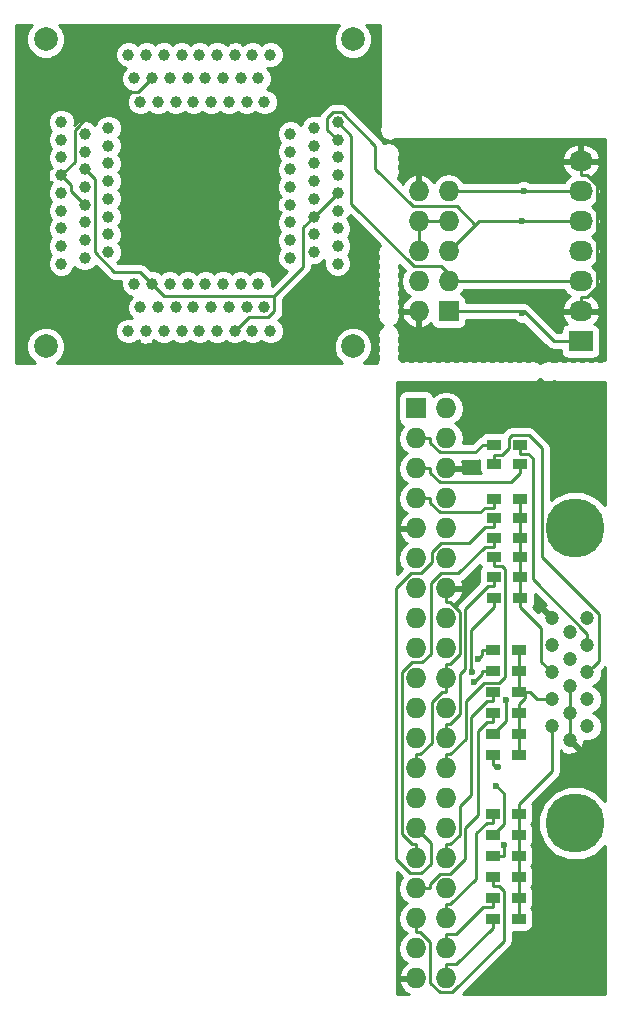
<source format=gbr>
G04 #@! TF.FileFunction,Copper,L1,Top,Signal*
%FSLAX46Y46*%
G04 Gerber Fmt 4.6, Leading zero omitted, Abs format (unit mm)*
G04 Created by KiCad (PCBNEW 4.0.7) date 03/28/18 13:05:47*
%MOMM*%
%LPD*%
G01*
G04 APERTURE LIST*
%ADD10C,0.100000*%
%ADD11R,1.200000X0.900000*%
%ADD12R,1.727200X1.727200*%
%ADD13O,1.727200X1.727200*%
%ADD14R,2.032000X1.727200*%
%ADD15O,2.032000X1.727200*%
%ADD16C,5.001260*%
%ADD17C,1.198880*%
%ADD18C,2.000000*%
%ADD19C,1.000000*%
%ADD20C,0.600000*%
%ADD21C,0.250000*%
%ADD22C,0.254000*%
G04 APERTURE END LIST*
D10*
D11*
X98636000Y-99568000D03*
X96436000Y-99568000D03*
X98636000Y-104140000D03*
X96436000Y-104140000D03*
X96436000Y-101219000D03*
X98636000Y-101219000D03*
X98636000Y-105791000D03*
X96436000Y-105791000D03*
X98636000Y-110744000D03*
X96436000Y-110744000D03*
X98636000Y-107442000D03*
X96436000Y-107442000D03*
X98636000Y-109093000D03*
X96436000Y-109093000D03*
X98636000Y-112522000D03*
X96436000Y-112522000D03*
X98509000Y-139700000D03*
X96309000Y-139700000D03*
D12*
X89814400Y-96494600D03*
D13*
X92354400Y-96494600D03*
X89814400Y-99034600D03*
X92354400Y-99034600D03*
X89814400Y-101574600D03*
X92354400Y-101574600D03*
X89814400Y-104114600D03*
X92354400Y-104114600D03*
X89814400Y-106654600D03*
X92354400Y-106654600D03*
X89814400Y-109194600D03*
X92354400Y-109194600D03*
X89814400Y-111734600D03*
X92354400Y-111734600D03*
X89814400Y-114274600D03*
X92354400Y-114274600D03*
X89814400Y-116814600D03*
X92354400Y-116814600D03*
X89814400Y-119354600D03*
X92354400Y-119354600D03*
X89814400Y-121894600D03*
X92354400Y-121894600D03*
X89814400Y-124434600D03*
X92354400Y-124434600D03*
X89814400Y-126974600D03*
X92354400Y-126974600D03*
X89814400Y-129514600D03*
X92354400Y-129514600D03*
X89814400Y-132054600D03*
X92354400Y-132054600D03*
X89814400Y-134594600D03*
X92354400Y-134594600D03*
X89814400Y-137134600D03*
X92354400Y-137134600D03*
X89814400Y-139674600D03*
X92354400Y-139674600D03*
X89814400Y-142214600D03*
X92354400Y-142214600D03*
X89814400Y-144754600D03*
X92354400Y-144754600D03*
D11*
X98509000Y-130810000D03*
X96309000Y-130810000D03*
X98509000Y-124079000D03*
X96309000Y-124079000D03*
X98509000Y-125857000D03*
X96309000Y-125857000D03*
X98509000Y-132588000D03*
X96309000Y-132588000D03*
X98509000Y-137922000D03*
X96309000Y-137922000D03*
X98509000Y-136144000D03*
X96309000Y-136144000D03*
X98509000Y-134366000D03*
X96309000Y-134366000D03*
X98509000Y-116967000D03*
X96309000Y-116967000D03*
X98509000Y-118745000D03*
X96309000Y-118745000D03*
X98509000Y-122301000D03*
X96309000Y-122301000D03*
X98509000Y-120523000D03*
X96309000Y-120523000D03*
D12*
X92583000Y-88265000D03*
D13*
X90043000Y-88265000D03*
X92583000Y-85725000D03*
X90043000Y-85725000D03*
X92583000Y-83185000D03*
X90043000Y-83185000D03*
X92583000Y-80645000D03*
X90043000Y-80645000D03*
X92583000Y-78105000D03*
X90043000Y-78105000D03*
D14*
X103759000Y-90805000D03*
D15*
X103759000Y-88265000D03*
X103759000Y-85725000D03*
X103759000Y-83185000D03*
X103759000Y-80645000D03*
X103759000Y-78105000D03*
X103759000Y-75565000D03*
D16*
X103319580Y-131620260D03*
D17*
X101320600Y-118859300D03*
X101320600Y-121145300D03*
X101320600Y-123436380D03*
X101320600Y-116565680D03*
X101320600Y-114277140D03*
X102819200Y-117711220D03*
X102819200Y-119999760D03*
X102819200Y-122290840D03*
X102819200Y-124581920D03*
D16*
X103319580Y-106631740D03*
D17*
X102819200Y-115420140D03*
X104320340Y-123436380D03*
X104320340Y-121145300D03*
X104317800Y-118856760D03*
X104320340Y-116565680D03*
X104320340Y-114277140D03*
D18*
X84475600Y-65257400D03*
X84475600Y-91257400D03*
X58475600Y-65257400D03*
D19*
X65475600Y-89957400D03*
X65975600Y-85957400D03*
X66475600Y-87957400D03*
X66975600Y-89957400D03*
X67475600Y-85957400D03*
X67975600Y-87957400D03*
X68475600Y-89957400D03*
X68975600Y-85957400D03*
X69475600Y-87957400D03*
X69975600Y-89957400D03*
X70475600Y-85957400D03*
X70975600Y-87957400D03*
X71475600Y-89957400D03*
X71975600Y-85957400D03*
X72475600Y-87957400D03*
X72975600Y-89957400D03*
X73475600Y-85957400D03*
X73975600Y-87957400D03*
X74475600Y-89957400D03*
X74975600Y-85957400D03*
X75475600Y-87957400D03*
X75975600Y-89957400D03*
X76475600Y-85957400D03*
X76975600Y-87957400D03*
X77475600Y-89957400D03*
X59775600Y-84257400D03*
X61775600Y-83757400D03*
X63775600Y-83257400D03*
X59775600Y-82757400D03*
X61775600Y-82257400D03*
X63775600Y-81757400D03*
X59775600Y-81257400D03*
X61775600Y-80757400D03*
X63775600Y-80257400D03*
X59775600Y-79757400D03*
X61775600Y-79257400D03*
X63775600Y-78757400D03*
X59775600Y-78257400D03*
X61775600Y-77757400D03*
X63775600Y-77257400D03*
X59775600Y-76757400D03*
X61775600Y-76257400D03*
X63775600Y-75757400D03*
X59775600Y-75257400D03*
X61775600Y-74757400D03*
X63775600Y-74257400D03*
X59775600Y-73757400D03*
X61775600Y-73257400D03*
X63775600Y-72757400D03*
X59775600Y-72257400D03*
X65475600Y-66557400D03*
X65975600Y-68557400D03*
X66475600Y-70557400D03*
X66975600Y-66557400D03*
X67475600Y-68557400D03*
X67975600Y-70557400D03*
X68475600Y-66557400D03*
X68975600Y-68557400D03*
X69475600Y-70557400D03*
X69975600Y-66557400D03*
X70475600Y-68557400D03*
X70975600Y-70557400D03*
X71475600Y-66557400D03*
X71975600Y-68557400D03*
X72475600Y-70557400D03*
X72975600Y-66557400D03*
X73475600Y-68557400D03*
X73975600Y-70557400D03*
X74475600Y-66557400D03*
X74975600Y-68557400D03*
X75475600Y-70557400D03*
X75975600Y-66557400D03*
X76475600Y-68557400D03*
X76975600Y-70557400D03*
X77475600Y-66557400D03*
X83175600Y-84257400D03*
X79175600Y-83757400D03*
X81175600Y-83257400D03*
X83175600Y-82757400D03*
X79175600Y-82257400D03*
X81175600Y-81757400D03*
X83175600Y-81257400D03*
X79175600Y-80757400D03*
X81175600Y-80257400D03*
X83175600Y-79757400D03*
X79175600Y-79257400D03*
X81175600Y-78757400D03*
X83175600Y-78257400D03*
X79175600Y-77757400D03*
X81175600Y-77257400D03*
X83175600Y-76757400D03*
X79175600Y-76257400D03*
X81175600Y-75757400D03*
X83175600Y-75257400D03*
X79175600Y-74757400D03*
X81175600Y-74257400D03*
X83175600Y-73757400D03*
X79175600Y-73257400D03*
X81175600Y-72757400D03*
X83175600Y-72257400D03*
D18*
X58475600Y-91257400D03*
D20*
X98806000Y-88392000D03*
X98763000Y-80645000D03*
X98933000Y-78105000D03*
X97422600Y-121194000D03*
X96800800Y-126846000D03*
X96600800Y-128445000D03*
X97234300Y-133489000D03*
X95069300Y-117734000D03*
X94599200Y-118824000D03*
X94760200Y-119656000D03*
D21*
X98806000Y-88265000D02*
X98806000Y-88392000D01*
X92583000Y-88265000D02*
X98806000Y-88265000D01*
X101473000Y-90805000D02*
X103759000Y-90805000D01*
X98933000Y-88265000D02*
X101473000Y-90805000D01*
X98806000Y-88265000D02*
X98933000Y-88265000D01*
X103759000Y-76753900D02*
X103759000Y-75565000D01*
X104279000Y-76753900D02*
X103759000Y-76753900D01*
X105110000Y-77584800D02*
X104279000Y-76753900D01*
X105110000Y-86245200D02*
X105110000Y-77584800D01*
X104279000Y-87076100D02*
X105110000Y-86245200D01*
X103759000Y-87076100D02*
X104279000Y-87076100D01*
X103759000Y-88265000D02*
X103759000Y-87076100D01*
X102819000Y-123754600D02*
X102819000Y-124582000D01*
X102819200Y-123754800D02*
X102819200Y-124581900D01*
X102819000Y-123754600D02*
X102819200Y-123754800D01*
X102819000Y-120000000D02*
X102819000Y-122290900D01*
X102819000Y-122290900D02*
X102819000Y-123754600D01*
X102819100Y-122290900D02*
X102819200Y-122290800D01*
X102819000Y-122290900D02*
X102819100Y-122290900D01*
X60601000Y-78082800D02*
X61775600Y-79257400D01*
X60601000Y-77582800D02*
X60601000Y-78082800D01*
X59775600Y-76757400D02*
X60601000Y-77582800D01*
X66301000Y-69732000D02*
X67475600Y-68557400D01*
X64107200Y-69732000D02*
X66301000Y-69732000D01*
X60932400Y-72906800D02*
X64107200Y-69732000D01*
X60932400Y-75600600D02*
X60932400Y-72906800D01*
X59775600Y-76757400D02*
X60932400Y-75600600D01*
X102819200Y-119999800D02*
X102819000Y-120000000D01*
X89814400Y-125786000D02*
X89814400Y-126974600D01*
X90186000Y-125786000D02*
X89814400Y-125786000D01*
X91165500Y-124806000D02*
X90186000Y-125786000D01*
X91165500Y-121361000D02*
X91165500Y-124806000D01*
X91982800Y-120544000D02*
X91165500Y-121361000D01*
X92354400Y-120544000D02*
X91982800Y-120544000D01*
X92354400Y-119354600D02*
X92354400Y-120544000D01*
X89814400Y-126974600D02*
X89814400Y-126975000D01*
X92354400Y-118166000D02*
X92354400Y-119354600D01*
X92693200Y-118166000D02*
X92354400Y-118166000D01*
X93543300Y-117316000D02*
X92693200Y-118166000D01*
X93543300Y-113741000D02*
X93543300Y-117316000D01*
X92726000Y-112924000D02*
X93543300Y-113741000D01*
X92354400Y-112924000D02*
X92726000Y-112924000D01*
X92354400Y-111735000D02*
X92354400Y-112924000D01*
X92354400Y-111735000D02*
X92354400Y-111734600D01*
X92583000Y-85725000D02*
X93171600Y-85725000D01*
X93171600Y-85725000D02*
X103759000Y-85725000D01*
X84354900Y-73436700D02*
X83175600Y-72257400D01*
X84354900Y-79194000D02*
X84354900Y-73436700D01*
X89615900Y-84455000D02*
X84354900Y-79194000D01*
X91901600Y-84455000D02*
X89615900Y-84455000D01*
X93171600Y-85725000D02*
X91901600Y-84455000D01*
X89607800Y-79375000D02*
X89535000Y-79375000D01*
X86360000Y-76200000D02*
X86360000Y-74264900D01*
X89535000Y-79375000D02*
X86360000Y-76200000D01*
X98763000Y-80645000D02*
X98933000Y-80645000D01*
X98763000Y-80645000D02*
X98933000Y-80645000D01*
X98933000Y-80645000D02*
X103759000Y-80645000D01*
X92583000Y-83185000D02*
X94828700Y-80939300D01*
X95123000Y-80645000D02*
X98763000Y-80645000D01*
X94828700Y-80939300D02*
X95123000Y-80645000D01*
X82313400Y-72895200D02*
X83175600Y-73757400D01*
X82313400Y-71937700D02*
X82313400Y-72895200D01*
X82821800Y-71429300D02*
X82313400Y-71937700D01*
X83524400Y-71429300D02*
X82821800Y-71429300D01*
X86360000Y-74264900D02*
X83524400Y-71429300D01*
X93264400Y-79375000D02*
X89607800Y-79375000D01*
X94828700Y-80939300D02*
X93264400Y-79375000D01*
X90043000Y-80645000D02*
X90043000Y-83185000D01*
X90043000Y-80645000D02*
X92583000Y-80645000D01*
X92583000Y-78105000D02*
X98933000Y-78105000D01*
X98933000Y-78105000D02*
X103759000Y-78105000D01*
X89814800Y-104115000D02*
X89814400Y-104115000D01*
X91003300Y-104115000D02*
X89814800Y-104115000D01*
X91003300Y-104486000D02*
X91003300Y-104115000D01*
X91824000Y-105307000D02*
X91003300Y-104486000D01*
X95269200Y-105307000D02*
X91824000Y-105307000D01*
X95660700Y-104915000D02*
X95269200Y-105307000D01*
X96436000Y-104915000D02*
X95660700Y-104915000D01*
X96436000Y-104140000D02*
X96436000Y-104915000D01*
X89814800Y-104115000D02*
X89814400Y-104114600D01*
X89814400Y-133406000D02*
X89814400Y-134594600D01*
X89442900Y-133406000D02*
X89814400Y-133406000D01*
X88604000Y-132567000D02*
X89442900Y-133406000D01*
X88604000Y-118851000D02*
X88604000Y-132567000D01*
X89451400Y-118004000D02*
X88604000Y-118851000D01*
X90370000Y-118004000D02*
X89451400Y-118004000D01*
X91097000Y-117277000D02*
X90370000Y-118004000D01*
X91097000Y-111295000D02*
X91097000Y-117277000D01*
X91927500Y-110465000D02*
X91097000Y-111295000D01*
X93413400Y-110465000D02*
X91927500Y-110465000D01*
X95660700Y-108217000D02*
X93413400Y-110465000D01*
X96436000Y-108217000D02*
X95660700Y-108217000D01*
X96436000Y-107442000D02*
X96436000Y-108217000D01*
X89814400Y-134594600D02*
X89814400Y-134595000D01*
X91051700Y-133292000D02*
X89814400Y-132055000D01*
X91051700Y-135044000D02*
X91051700Y-133292000D01*
X90281700Y-135814000D02*
X91051700Y-135044000D01*
X89345800Y-135814000D02*
X90281700Y-135814000D01*
X88152200Y-134620000D02*
X89345800Y-135814000D01*
X88152200Y-111699000D02*
X88152200Y-134620000D01*
X89386100Y-110465000D02*
X88152200Y-111699000D01*
X90226600Y-110465000D02*
X89386100Y-110465000D01*
X91165400Y-109526000D02*
X90226600Y-110465000D01*
X91165400Y-108680000D02*
X91165400Y-109526000D01*
X91921100Y-107925000D02*
X91165400Y-108680000D01*
X94302400Y-107925000D02*
X91921100Y-107925000D01*
X95660700Y-106566000D02*
X94302400Y-107925000D01*
X96436000Y-106566000D02*
X95660700Y-106566000D01*
X96436000Y-105791000D02*
X96436000Y-106566000D01*
X89814400Y-132054600D02*
X89814400Y-132055000D01*
X98636000Y-112522000D02*
X98636000Y-110744000D01*
X98636000Y-109093000D02*
X98636000Y-110744000D01*
X98636000Y-104140000D02*
X98636000Y-105791000D01*
X98636000Y-109093000D02*
X98636000Y-107442000D01*
X98636000Y-107442000D02*
X98636000Y-105791000D01*
X100396000Y-117934000D02*
X101320600Y-118858600D01*
X100396000Y-115057000D02*
X100396000Y-117934000D01*
X98636000Y-113297000D02*
X100396000Y-115057000D01*
X98636000Y-112522000D02*
X98636000Y-113297000D01*
X101320600Y-118858600D02*
X101321000Y-118859000D01*
X101320600Y-118858600D02*
X101320600Y-118859300D01*
X98509000Y-118745000D02*
X98509000Y-116967000D01*
X98509000Y-122301000D02*
X98509000Y-124079000D01*
X98509000Y-125857000D02*
X98509000Y-124079000D01*
X98509000Y-120523000D02*
X98509000Y-118745000D01*
X99047100Y-120988000D02*
X99047100Y-120523000D01*
X98509000Y-121526000D02*
X99047100Y-120988000D01*
X98509000Y-122301000D02*
X98509000Y-121526000D01*
X98509000Y-120523000D02*
X99047100Y-120523000D01*
X101321000Y-121145000D02*
X101320300Y-121145000D01*
X99434300Y-120523000D02*
X99047100Y-120523000D01*
X100057000Y-121145000D02*
X99434300Y-120523000D01*
X101320300Y-121145000D02*
X100057000Y-121145000D01*
X101320300Y-121145000D02*
X101320600Y-121145300D01*
X98509000Y-136144000D02*
X98509000Y-137922000D01*
X98509000Y-137922000D02*
X98509000Y-139700000D01*
X98509000Y-130810000D02*
X98509000Y-132588000D01*
X98509000Y-136144000D02*
X98509000Y-134366000D01*
X98509000Y-134366000D02*
X98509000Y-132588000D01*
X101321000Y-127223000D02*
X101321000Y-124263400D01*
X98509000Y-130035000D02*
X101321000Y-127223000D01*
X98509000Y-130810000D02*
X98509000Y-130035000D01*
X101321000Y-124263400D02*
X101321000Y-123436000D01*
X101320600Y-124263000D02*
X101320600Y-123436400D01*
X101321000Y-124263400D02*
X101320600Y-124263000D01*
X105278000Y-117897000D02*
X104798000Y-118377000D01*
X105278000Y-113878000D02*
X105278000Y-117897000D01*
X100460000Y-109061000D02*
X105278000Y-113878000D01*
X100460000Y-99864000D02*
X100460000Y-109061000D01*
X99378300Y-98782300D02*
X100460000Y-99864000D01*
X97907700Y-98782300D02*
X99378300Y-98782300D01*
X97710600Y-98979400D02*
X97907700Y-98782300D01*
X97710600Y-99847500D02*
X97710600Y-98979400D01*
X97114400Y-100444000D02*
X97710600Y-99847500D01*
X96436000Y-100444000D02*
X97114400Y-100444000D01*
X96436000Y-101219000D02*
X96436000Y-100444000D01*
X104798000Y-118377000D02*
X104318000Y-118857000D01*
X104797600Y-118377000D02*
X104317800Y-118856800D01*
X104798000Y-118377000D02*
X104797600Y-118377000D01*
X104320000Y-115599000D02*
X104320000Y-116082500D01*
X99702100Y-110981000D02*
X104320000Y-115599000D01*
X99702100Y-100731000D02*
X99702100Y-110981000D01*
X99314400Y-100343000D02*
X99702100Y-100731000D01*
X98636000Y-100343000D02*
X99314400Y-100343000D01*
X98636000Y-99568000D02*
X98636000Y-100343000D01*
X104320000Y-116082500D02*
X104320000Y-116566000D01*
X104320300Y-116082800D02*
X104320300Y-116565700D01*
X104320000Y-116082500D02*
X104320300Y-116082800D01*
X91003300Y-99034600D02*
X89814400Y-99034600D01*
X91003300Y-99406100D02*
X91003300Y-99034600D01*
X91824000Y-100227000D02*
X91003300Y-99406100D01*
X94851900Y-100227000D02*
X91824000Y-100227000D01*
X95510700Y-99568000D02*
X94851900Y-100227000D01*
X96436000Y-99568000D02*
X95510700Y-99568000D01*
X89814800Y-101575000D02*
X89814400Y-101575000D01*
X91003300Y-101575000D02*
X89814800Y-101575000D01*
X91003300Y-101946000D02*
X91003300Y-101575000D01*
X91822400Y-102765000D02*
X91003300Y-101946000D01*
X97865100Y-102765000D02*
X91822400Y-102765000D01*
X98636000Y-101994000D02*
X97865100Y-102765000D01*
X98636000Y-101219000D02*
X98636000Y-101994000D01*
X89814800Y-101575000D02*
X89814400Y-101574600D01*
X97422600Y-122965000D02*
X97422600Y-121194000D01*
X96309000Y-124079000D02*
X97422600Y-122965000D01*
X96523100Y-126846000D02*
X96800800Y-126846000D01*
X96309000Y-126632000D02*
X96523100Y-126846000D01*
X96309000Y-125857000D02*
X96309000Y-126632000D01*
X97234400Y-129079000D02*
X96600800Y-128445000D01*
X97234400Y-131663000D02*
X97234400Y-129079000D01*
X96309000Y-132588000D02*
X97234400Y-131663000D01*
X97234300Y-134366000D02*
X96309000Y-134366000D01*
X97234300Y-133489000D02*
X97234300Y-134366000D01*
X95383700Y-117420000D02*
X95069300Y-117734000D01*
X95383700Y-116967000D02*
X95383700Y-117420000D01*
X96309000Y-116967000D02*
X95383700Y-116967000D01*
X94443900Y-118669000D02*
X94599200Y-118824000D01*
X94443900Y-115289000D02*
X94443900Y-118669000D01*
X96436000Y-113297000D02*
X94443900Y-115289000D01*
X96436000Y-112522000D02*
X96436000Y-113297000D01*
X95383700Y-119032000D02*
X94760200Y-119656000D01*
X95383700Y-118745000D02*
X95383700Y-119032000D01*
X96309000Y-118745000D02*
X95383700Y-118745000D01*
X92354400Y-123246000D02*
X92354400Y-124434600D01*
X92726000Y-123246000D02*
X92354400Y-123246000D01*
X93576900Y-122395000D02*
X92726000Y-123246000D01*
X93576900Y-118962000D02*
X93576900Y-122395000D01*
X93993600Y-118546000D02*
X93576900Y-118962000D01*
X93993600Y-113453000D02*
X93993600Y-118546000D01*
X95927200Y-111519000D02*
X93993600Y-113453000D01*
X96436000Y-111519000D02*
X95927200Y-111519000D01*
X96436000Y-110744000D02*
X96436000Y-111519000D01*
X92354400Y-124434600D02*
X92354400Y-124435000D01*
X92354400Y-126975000D02*
X92354400Y-126974600D01*
X96436000Y-109868000D02*
X96436000Y-109093000D01*
X97114400Y-109868000D02*
X96436000Y-109868000D01*
X97361400Y-110115000D02*
X97114400Y-109868000D01*
X97361400Y-119207000D02*
X97361400Y-110115000D01*
X96843000Y-119725000D02*
X97361400Y-119207000D01*
X95595000Y-119725000D02*
X96843000Y-119725000D01*
X94048100Y-121272000D02*
X95595000Y-119725000D01*
X94048100Y-124464000D02*
X94048100Y-121272000D01*
X92725900Y-125786000D02*
X94048100Y-124464000D01*
X92354400Y-125786000D02*
X92725900Y-125786000D01*
X92354400Y-126974600D02*
X92354400Y-125786000D01*
X92354400Y-133406000D02*
X92354400Y-134594600D01*
X92726000Y-133406000D02*
X92354400Y-133406000D01*
X93543300Y-132588000D02*
X92726000Y-133406000D01*
X93543300Y-130156000D02*
X93543300Y-132588000D01*
X94498500Y-129201000D02*
X93543300Y-130156000D01*
X94498500Y-122600000D02*
X94498500Y-129201000D01*
X95800200Y-121298000D02*
X94498500Y-122600000D01*
X96309000Y-121298000D02*
X95800200Y-121298000D01*
X96309000Y-120523000D02*
X96309000Y-121298000D01*
X92354400Y-134594600D02*
X92354400Y-134595000D01*
X89814400Y-137135000D02*
X89814800Y-137135000D01*
X96309000Y-123076000D02*
X96309000Y-122301000D01*
X95800300Y-123076000D02*
X96309000Y-123076000D01*
X95080800Y-123796000D02*
X95800300Y-123076000D01*
X95080800Y-130933000D02*
X95080800Y-123796000D01*
X93993600Y-132020000D02*
X95080800Y-130933000D01*
X93993600Y-134656000D02*
X93993600Y-132020000D01*
X92703900Y-135946000D02*
X93993600Y-134656000D01*
X91820600Y-135946000D02*
X92703900Y-135946000D01*
X91003300Y-136763000D02*
X91820600Y-135946000D01*
X91003300Y-137135000D02*
X91003300Y-136763000D01*
X89814800Y-137135000D02*
X91003300Y-137135000D01*
X89814800Y-137135000D02*
X89814400Y-137134600D01*
X89814400Y-140864000D02*
X89814400Y-139675000D01*
X90186000Y-140864000D02*
X89814400Y-140864000D01*
X91003300Y-141681000D02*
X90186000Y-140864000D01*
X91003300Y-145143000D02*
X91003300Y-141681000D01*
X91816000Y-145956000D02*
X91003300Y-145143000D01*
X92836100Y-145956000D02*
X91816000Y-145956000D01*
X97234400Y-141558000D02*
X92836100Y-145956000D01*
X97234400Y-137336000D02*
X97234400Y-141558000D01*
X96817800Y-136919000D02*
X97234400Y-137336000D01*
X96309000Y-136919000D02*
X96817800Y-136919000D01*
X96309000Y-136144000D02*
X96309000Y-136919000D01*
X89814400Y-139675000D02*
X89814400Y-139674600D01*
X92354400Y-139675000D02*
X92354400Y-139674600D01*
X96309000Y-131585000D02*
X96309000Y-130810000D01*
X95800200Y-131585000D02*
X96309000Y-131585000D01*
X94894200Y-132491000D02*
X95800200Y-131585000D01*
X94894200Y-136317000D02*
X94894200Y-132491000D01*
X92725900Y-138486000D02*
X94894200Y-136317000D01*
X92354400Y-138486000D02*
X92725900Y-138486000D01*
X92354400Y-139674600D02*
X92354400Y-138486000D01*
X92354400Y-141026000D02*
X92354400Y-142214600D01*
X93205300Y-141026000D02*
X92354400Y-141026000D01*
X95533700Y-138697000D02*
X93205300Y-141026000D01*
X96309000Y-138697000D02*
X95533700Y-138697000D01*
X96309000Y-137922000D02*
X96309000Y-138697000D01*
X92354400Y-142214600D02*
X92354400Y-142215000D01*
X92354400Y-143566000D02*
X92354400Y-144754600D01*
X93218600Y-143566000D02*
X92354400Y-143566000D01*
X96309000Y-140475000D02*
X93218600Y-143566000D01*
X96309000Y-139700000D02*
X96309000Y-140475000D01*
X92354400Y-144754600D02*
X92354400Y-144755000D01*
X83175600Y-78257400D02*
X81175600Y-80257400D01*
X75650200Y-88782800D02*
X74475600Y-89957400D01*
X77332100Y-88782800D02*
X75650200Y-88782800D01*
X77831000Y-88283900D02*
X77332100Y-88782800D01*
X77831000Y-86957400D02*
X77831000Y-88283900D01*
X80263800Y-84524600D02*
X77831000Y-86957400D01*
X80263800Y-81169200D02*
X80263800Y-84524600D01*
X81175600Y-80257400D02*
X80263800Y-81169200D01*
X68475600Y-86957400D02*
X67475600Y-85957400D01*
X77831000Y-86957400D02*
X68475600Y-86957400D01*
X66468300Y-84950100D02*
X67475600Y-85957400D01*
X64287100Y-84950100D02*
X66468300Y-84950100D01*
X62601000Y-83264000D02*
X64287100Y-84950100D01*
X62601000Y-77082800D02*
X62601000Y-83264000D01*
X61775600Y-76257400D02*
X62601000Y-77082800D01*
D22*
G36*
X105843000Y-129709763D02*
X105098091Y-128963552D01*
X103946032Y-128485175D01*
X102698601Y-128484087D01*
X101545709Y-128960452D01*
X100662872Y-129841749D01*
X100184495Y-130993808D01*
X100183407Y-132241239D01*
X100659772Y-133394131D01*
X101541069Y-134276968D01*
X102693128Y-134755345D01*
X103940559Y-134756433D01*
X105093451Y-134280068D01*
X105843000Y-133531826D01*
X105843000Y-146102000D01*
X93764929Y-146102000D01*
X97771783Y-142095420D01*
X97771791Y-142095407D01*
X97771801Y-142095401D01*
X97844559Y-141986511D01*
X97936538Y-141848864D01*
X97936541Y-141848850D01*
X97936548Y-141848839D01*
X97969934Y-141681000D01*
X97994400Y-141558026D01*
X97994397Y-141558013D01*
X97994400Y-141558000D01*
X97994400Y-140797440D01*
X99109000Y-140797440D01*
X99344317Y-140753162D01*
X99560441Y-140614090D01*
X99705431Y-140401890D01*
X99756440Y-140150000D01*
X99756440Y-139250000D01*
X99712162Y-139014683D01*
X99579393Y-138808353D01*
X99705431Y-138623890D01*
X99756440Y-138372000D01*
X99756440Y-137472000D01*
X99712162Y-137236683D01*
X99579393Y-137030353D01*
X99705431Y-136845890D01*
X99756440Y-136594000D01*
X99756440Y-135694000D01*
X99712162Y-135458683D01*
X99579393Y-135252353D01*
X99705431Y-135067890D01*
X99756440Y-134816000D01*
X99756440Y-133916000D01*
X99712162Y-133680683D01*
X99579393Y-133474353D01*
X99705431Y-133289890D01*
X99756440Y-133038000D01*
X99756440Y-132138000D01*
X99712162Y-131902683D01*
X99579393Y-131696353D01*
X99705431Y-131511890D01*
X99756440Y-131260000D01*
X99756440Y-130360000D01*
X99712162Y-130124683D01*
X99626790Y-129992012D01*
X101858401Y-127760401D01*
X102023148Y-127513839D01*
X102081000Y-127223000D01*
X102081000Y-125499728D01*
X102136477Y-125444251D01*
X102185921Y-125669620D01*
X102650371Y-125829169D01*
X103140524Y-125798836D01*
X103452479Y-125669620D01*
X103501924Y-125444249D01*
X102819200Y-124761525D01*
X102805058Y-124775668D01*
X102625453Y-124596063D01*
X102639595Y-124581920D01*
X102625453Y-124567778D01*
X102805058Y-124388173D01*
X102819200Y-124402315D01*
X102833343Y-124388173D01*
X103012948Y-124567778D01*
X102998805Y-124581920D01*
X103681529Y-125264644D01*
X103906900Y-125215199D01*
X104066449Y-124750749D01*
X104061167Y-124665394D01*
X104073717Y-124670605D01*
X104564808Y-124671034D01*
X105018681Y-124483497D01*
X105366237Y-124136547D01*
X105554565Y-123683003D01*
X105554994Y-123191912D01*
X105367457Y-122738039D01*
X105020507Y-122390483D01*
X104780510Y-122290828D01*
X105018681Y-122192417D01*
X105366237Y-121845467D01*
X105554565Y-121391923D01*
X105554994Y-120900832D01*
X105367457Y-120446959D01*
X105020507Y-120099403D01*
X104782309Y-120000495D01*
X105016141Y-119903877D01*
X105363697Y-119556927D01*
X105552025Y-119103383D01*
X105552380Y-118697423D01*
X105815402Y-118434401D01*
X105843000Y-118393097D01*
X105843000Y-129709763D01*
X105843000Y-129709763D01*
G37*
X105843000Y-129709763D02*
X105098091Y-128963552D01*
X103946032Y-128485175D01*
X102698601Y-128484087D01*
X101545709Y-128960452D01*
X100662872Y-129841749D01*
X100184495Y-130993808D01*
X100183407Y-132241239D01*
X100659772Y-133394131D01*
X101541069Y-134276968D01*
X102693128Y-134755345D01*
X103940559Y-134756433D01*
X105093451Y-134280068D01*
X105843000Y-133531826D01*
X105843000Y-146102000D01*
X93764929Y-146102000D01*
X97771783Y-142095420D01*
X97771791Y-142095407D01*
X97771801Y-142095401D01*
X97844559Y-141986511D01*
X97936538Y-141848864D01*
X97936541Y-141848850D01*
X97936548Y-141848839D01*
X97969934Y-141681000D01*
X97994400Y-141558026D01*
X97994397Y-141558013D01*
X97994400Y-141558000D01*
X97994400Y-140797440D01*
X99109000Y-140797440D01*
X99344317Y-140753162D01*
X99560441Y-140614090D01*
X99705431Y-140401890D01*
X99756440Y-140150000D01*
X99756440Y-139250000D01*
X99712162Y-139014683D01*
X99579393Y-138808353D01*
X99705431Y-138623890D01*
X99756440Y-138372000D01*
X99756440Y-137472000D01*
X99712162Y-137236683D01*
X99579393Y-137030353D01*
X99705431Y-136845890D01*
X99756440Y-136594000D01*
X99756440Y-135694000D01*
X99712162Y-135458683D01*
X99579393Y-135252353D01*
X99705431Y-135067890D01*
X99756440Y-134816000D01*
X99756440Y-133916000D01*
X99712162Y-133680683D01*
X99579393Y-133474353D01*
X99705431Y-133289890D01*
X99756440Y-133038000D01*
X99756440Y-132138000D01*
X99712162Y-131902683D01*
X99579393Y-131696353D01*
X99705431Y-131511890D01*
X99756440Y-131260000D01*
X99756440Y-130360000D01*
X99712162Y-130124683D01*
X99626790Y-129992012D01*
X101858401Y-127760401D01*
X102023148Y-127513839D01*
X102081000Y-127223000D01*
X102081000Y-125499728D01*
X102136477Y-125444251D01*
X102185921Y-125669620D01*
X102650371Y-125829169D01*
X103140524Y-125798836D01*
X103452479Y-125669620D01*
X103501924Y-125444249D01*
X102819200Y-124761525D01*
X102805058Y-124775668D01*
X102625453Y-124596063D01*
X102639595Y-124581920D01*
X102625453Y-124567778D01*
X102805058Y-124388173D01*
X102819200Y-124402315D01*
X102833343Y-124388173D01*
X103012948Y-124567778D01*
X102998805Y-124581920D01*
X103681529Y-125264644D01*
X103906900Y-125215199D01*
X104066449Y-124750749D01*
X104061167Y-124665394D01*
X104073717Y-124670605D01*
X104564808Y-124671034D01*
X105018681Y-124483497D01*
X105366237Y-124136547D01*
X105554565Y-123683003D01*
X105554994Y-123191912D01*
X105367457Y-122738039D01*
X105020507Y-122390483D01*
X104780510Y-122290828D01*
X105018681Y-122192417D01*
X105366237Y-121845467D01*
X105554565Y-121391923D01*
X105554994Y-120900832D01*
X105367457Y-120446959D01*
X105020507Y-120099403D01*
X104782309Y-120000495D01*
X105016141Y-119903877D01*
X105363697Y-119556927D01*
X105552025Y-119103383D01*
X105552380Y-118697423D01*
X105815402Y-118434401D01*
X105843000Y-118393097D01*
X105843000Y-129709763D01*
G36*
X88647910Y-136190858D02*
X88400515Y-136561111D01*
X88286441Y-137134600D01*
X88400515Y-137708089D01*
X88725371Y-138194270D01*
X89040152Y-138404600D01*
X88725371Y-138614930D01*
X88400515Y-139101111D01*
X88286441Y-139674600D01*
X88400515Y-140248089D01*
X88725371Y-140734270D01*
X89040152Y-140944600D01*
X88725371Y-141154930D01*
X88400515Y-141641111D01*
X88286441Y-142214600D01*
X88400515Y-142788089D01*
X88725371Y-143274270D01*
X89048628Y-143490264D01*
X88925910Y-143547779D01*
X88531712Y-143979653D01*
X88359442Y-144395574D01*
X88480583Y-144627600D01*
X89687400Y-144627600D01*
X89687400Y-144607600D01*
X89941400Y-144607600D01*
X89941400Y-144627600D01*
X89961400Y-144627600D01*
X89961400Y-144881600D01*
X89941400Y-144881600D01*
X89941400Y-144901600D01*
X89687400Y-144901600D01*
X89687400Y-144881600D01*
X88480583Y-144881600D01*
X88359442Y-145113626D01*
X88531712Y-145529547D01*
X88925910Y-145961421D01*
X89225859Y-146102000D01*
X88213000Y-146102000D01*
X88213000Y-135755802D01*
X88647910Y-136190858D01*
X88647910Y-136190858D01*
G37*
X88647910Y-136190858D02*
X88400515Y-136561111D01*
X88286441Y-137134600D01*
X88400515Y-137708089D01*
X88725371Y-138194270D01*
X89040152Y-138404600D01*
X88725371Y-138614930D01*
X88400515Y-139101111D01*
X88286441Y-139674600D01*
X88400515Y-140248089D01*
X88725371Y-140734270D01*
X89040152Y-140944600D01*
X88725371Y-141154930D01*
X88400515Y-141641111D01*
X88286441Y-142214600D01*
X88400515Y-142788089D01*
X88725371Y-143274270D01*
X89048628Y-143490264D01*
X88925910Y-143547779D01*
X88531712Y-143979653D01*
X88359442Y-144395574D01*
X88480583Y-144627600D01*
X89687400Y-144627600D01*
X89687400Y-144607600D01*
X89941400Y-144607600D01*
X89941400Y-144627600D01*
X89961400Y-144627600D01*
X89961400Y-144881600D01*
X89941400Y-144881600D01*
X89941400Y-144901600D01*
X89687400Y-144901600D01*
X89687400Y-144881600D01*
X88480583Y-144881600D01*
X88359442Y-145113626D01*
X88531712Y-145529547D01*
X88925910Y-145961421D01*
X89225859Y-146102000D01*
X88213000Y-146102000D01*
X88213000Y-135755802D01*
X88647910Y-136190858D01*
G36*
X92481400Y-137007600D02*
X92501400Y-137007600D01*
X92501400Y-137261600D01*
X92481400Y-137261600D01*
X92481400Y-137281600D01*
X92227400Y-137281600D01*
X92227400Y-137261600D01*
X92207400Y-137261600D01*
X92207400Y-137007600D01*
X92227400Y-137007600D01*
X92227400Y-136987600D01*
X92481400Y-136987600D01*
X92481400Y-137007600D01*
X92481400Y-137007600D01*
G37*
X92481400Y-137007600D02*
X92501400Y-137007600D01*
X92501400Y-137261600D01*
X92481400Y-137261600D01*
X92481400Y-137281600D01*
X92227400Y-137281600D01*
X92227400Y-137261600D01*
X92207400Y-137261600D01*
X92207400Y-137007600D01*
X92227400Y-137007600D01*
X92227400Y-136987600D01*
X92481400Y-136987600D01*
X92481400Y-137007600D01*
G36*
X92481400Y-131927600D02*
X92501400Y-131927600D01*
X92501400Y-132181600D01*
X92481400Y-132181600D01*
X92481400Y-132201600D01*
X92227400Y-132201600D01*
X92227400Y-132181600D01*
X92207400Y-132181600D01*
X92207400Y-131927600D01*
X92227400Y-131927600D01*
X92227400Y-131907600D01*
X92481400Y-131907600D01*
X92481400Y-131927600D01*
X92481400Y-131927600D01*
G37*
X92481400Y-131927600D02*
X92501400Y-131927600D01*
X92501400Y-132181600D01*
X92481400Y-132181600D01*
X92481400Y-132201600D01*
X92227400Y-132201600D01*
X92227400Y-132181600D01*
X92207400Y-132181600D01*
X92207400Y-131927600D01*
X92227400Y-131927600D01*
X92227400Y-131907600D01*
X92481400Y-131907600D01*
X92481400Y-131927600D01*
G36*
X89941400Y-126847600D02*
X89961400Y-126847600D01*
X89961400Y-127101600D01*
X89941400Y-127101600D01*
X89941400Y-127121600D01*
X89687400Y-127121600D01*
X89687400Y-127101600D01*
X89667400Y-127101600D01*
X89667400Y-126847600D01*
X89687400Y-126847600D01*
X89687400Y-126827600D01*
X89941400Y-126827600D01*
X89941400Y-126847600D01*
X89941400Y-126847600D01*
G37*
X89941400Y-126847600D02*
X89961400Y-126847600D01*
X89961400Y-127101600D01*
X89941400Y-127101600D01*
X89941400Y-127121600D01*
X89687400Y-127121600D01*
X89687400Y-127101600D01*
X89667400Y-127101600D01*
X89667400Y-126847600D01*
X89687400Y-126847600D01*
X89687400Y-126827600D01*
X89941400Y-126827600D01*
X89941400Y-126847600D01*
G36*
X103012948Y-122276698D02*
X102998805Y-122290840D01*
X103012948Y-122304983D01*
X102833343Y-122484588D01*
X102819200Y-122470445D01*
X102805058Y-122484588D01*
X102625453Y-122304983D01*
X102639595Y-122290840D01*
X102625453Y-122276698D01*
X102805058Y-122097093D01*
X102819200Y-122111235D01*
X102833343Y-122097093D01*
X103012948Y-122276698D01*
X103012948Y-122276698D01*
G37*
X103012948Y-122276698D02*
X102998805Y-122290840D01*
X103012948Y-122304983D01*
X102833343Y-122484588D01*
X102819200Y-122470445D01*
X102805058Y-122484588D01*
X102625453Y-122304983D01*
X102639595Y-122290840D01*
X102625453Y-122276698D01*
X102805058Y-122097093D01*
X102819200Y-122111235D01*
X102833343Y-122097093D01*
X103012948Y-122276698D01*
G36*
X103012948Y-119985618D02*
X102998805Y-119999760D01*
X103012948Y-120013903D01*
X102833343Y-120193508D01*
X102819200Y-120179365D01*
X102805058Y-120193508D01*
X102625453Y-120013903D01*
X102639595Y-119999760D01*
X102625453Y-119985618D01*
X102805058Y-119806013D01*
X102819200Y-119820155D01*
X102833343Y-119806013D01*
X103012948Y-119985618D01*
X103012948Y-119985618D01*
G37*
X103012948Y-119985618D02*
X102998805Y-119999760D01*
X103012948Y-120013903D01*
X102833343Y-120193508D01*
X102819200Y-120179365D01*
X102805058Y-120193508D01*
X102625453Y-120013903D01*
X102639595Y-119999760D01*
X102625453Y-119985618D01*
X102805058Y-119806013D01*
X102819200Y-119820155D01*
X102833343Y-119806013D01*
X103012948Y-119985618D01*
G36*
X92481400Y-119227600D02*
X92501400Y-119227600D01*
X92501400Y-119481600D01*
X92481400Y-119481600D01*
X92481400Y-119501600D01*
X92227400Y-119501600D01*
X92227400Y-119481600D01*
X92207400Y-119481600D01*
X92207400Y-119227600D01*
X92227400Y-119227600D01*
X92227400Y-119207600D01*
X92481400Y-119207600D01*
X92481400Y-119227600D01*
X92481400Y-119227600D01*
G37*
X92481400Y-119227600D02*
X92501400Y-119227600D01*
X92501400Y-119481600D01*
X92481400Y-119481600D01*
X92481400Y-119501600D01*
X92227400Y-119501600D01*
X92227400Y-119481600D01*
X92207400Y-119481600D01*
X92207400Y-119227600D01*
X92227400Y-119227600D01*
X92227400Y-119207600D01*
X92481400Y-119207600D01*
X92481400Y-119227600D01*
G36*
X103012948Y-115405998D02*
X102998805Y-115420140D01*
X103012948Y-115434283D01*
X102833343Y-115613888D01*
X102819200Y-115599745D01*
X102805058Y-115613888D01*
X102625453Y-115434283D01*
X102639595Y-115420140D01*
X102625453Y-115405998D01*
X102805058Y-115226393D01*
X102819200Y-115240535D01*
X102833343Y-115226393D01*
X103012948Y-115405998D01*
X103012948Y-115405998D01*
G37*
X103012948Y-115405998D02*
X102998805Y-115420140D01*
X103012948Y-115434283D01*
X102833343Y-115613888D01*
X102819200Y-115599745D01*
X102805058Y-115613888D01*
X102625453Y-115434283D01*
X102639595Y-115420140D01*
X102625453Y-115405998D01*
X102805058Y-115226393D01*
X102819200Y-115240535D01*
X102833343Y-115226393D01*
X103012948Y-115405998D01*
G36*
X100792242Y-113145980D02*
X100687321Y-113189440D01*
X100637876Y-113414811D01*
X101320600Y-114097535D01*
X101334743Y-114083393D01*
X101514348Y-114262998D01*
X101500205Y-114277140D01*
X101514348Y-114291283D01*
X101334743Y-114470888D01*
X101320600Y-114456745D01*
X101306458Y-114470888D01*
X101126853Y-114291283D01*
X101140995Y-114277140D01*
X100458271Y-113594416D01*
X100232900Y-113643861D01*
X100188094Y-113774292D01*
X99753383Y-113339581D01*
X99832431Y-113223890D01*
X99883440Y-112972000D01*
X99883440Y-112237158D01*
X100792242Y-113145980D01*
X100792242Y-113145980D01*
G37*
X100792242Y-113145980D02*
X100687321Y-113189440D01*
X100637876Y-113414811D01*
X101320600Y-114097535D01*
X101334743Y-114083393D01*
X101514348Y-114262998D01*
X101500205Y-114277140D01*
X101514348Y-114291283D01*
X101334743Y-114470888D01*
X101320600Y-114456745D01*
X101306458Y-114470888D01*
X101126853Y-114291283D01*
X101140995Y-114277140D01*
X100458271Y-113594416D01*
X100232900Y-113643861D01*
X100188094Y-113774292D01*
X99753383Y-113339581D01*
X99832431Y-113223890D01*
X99883440Y-112972000D01*
X99883440Y-112237158D01*
X100792242Y-113145980D01*
G36*
X95232838Y-109778317D02*
X95323521Y-109919242D01*
X95239569Y-110042110D01*
X95188560Y-110294000D01*
X95188560Y-111182880D01*
X93456143Y-112915654D01*
X93371416Y-113042486D01*
X93313985Y-113128438D01*
X93120172Y-112998936D01*
X93242890Y-112941421D01*
X93637088Y-112509547D01*
X93809358Y-112093626D01*
X93688217Y-111861600D01*
X92481400Y-111861600D01*
X92481400Y-111881600D01*
X92227400Y-111881600D01*
X92227400Y-111861600D01*
X92207400Y-111861600D01*
X92207400Y-111607600D01*
X92227400Y-111607600D01*
X92227400Y-111587600D01*
X92481400Y-111587600D01*
X92481400Y-111607600D01*
X93688217Y-111607600D01*
X93809358Y-111375574D01*
X93718965Y-111157333D01*
X93828986Y-111083795D01*
X93950801Y-111002401D01*
X93950835Y-111002351D01*
X93950885Y-111002317D01*
X95223598Y-109729209D01*
X95232838Y-109778317D01*
X95232838Y-109778317D01*
G37*
X95232838Y-109778317D02*
X95323521Y-109919242D01*
X95239569Y-110042110D01*
X95188560Y-110294000D01*
X95188560Y-111182880D01*
X93456143Y-112915654D01*
X93371416Y-113042486D01*
X93313985Y-113128438D01*
X93120172Y-112998936D01*
X93242890Y-112941421D01*
X93637088Y-112509547D01*
X93809358Y-112093626D01*
X93688217Y-111861600D01*
X92481400Y-111861600D01*
X92481400Y-111881600D01*
X92227400Y-111881600D01*
X92227400Y-111861600D01*
X92207400Y-111861600D01*
X92207400Y-111607600D01*
X92227400Y-111607600D01*
X92227400Y-111587600D01*
X92481400Y-111587600D01*
X92481400Y-111607600D01*
X93688217Y-111607600D01*
X93809358Y-111375574D01*
X93718965Y-111157333D01*
X93828986Y-111083795D01*
X93950801Y-111002401D01*
X93950835Y-111002351D01*
X93950885Y-111002317D01*
X95223598Y-109729209D01*
X95232838Y-109778317D01*
G36*
X100646893Y-94235620D02*
X101015800Y-94309000D01*
X101384707Y-94235620D01*
X101498400Y-94159653D01*
X101612093Y-94235620D01*
X101981000Y-94309000D01*
X102349907Y-94235620D01*
X102362000Y-94227540D01*
X102374093Y-94235620D01*
X102743000Y-94309000D01*
X103111907Y-94235620D01*
X103124000Y-94227540D01*
X103136093Y-94235620D01*
X103505000Y-94309000D01*
X103873907Y-94235620D01*
X103886000Y-94227540D01*
X103898093Y-94235620D01*
X104267000Y-94309000D01*
X104635907Y-94235620D01*
X104648000Y-94227540D01*
X104660093Y-94235620D01*
X105029000Y-94309000D01*
X105397907Y-94235620D01*
X105410000Y-94227540D01*
X105422093Y-94235620D01*
X105791000Y-94309000D01*
X105843000Y-94298657D01*
X105843000Y-104721243D01*
X105098091Y-103975032D01*
X103946032Y-103496655D01*
X102698601Y-103495567D01*
X101545709Y-103971932D01*
X101220000Y-104297073D01*
X101220000Y-99864000D01*
X101162148Y-99573161D01*
X100997401Y-99326599D01*
X99915701Y-98244899D01*
X99669139Y-98080152D01*
X99378300Y-98022300D01*
X97907700Y-98022300D01*
X97616861Y-98080152D01*
X97616859Y-98080153D01*
X97616860Y-98080153D01*
X97370298Y-98244899D01*
X97173199Y-98441999D01*
X97140038Y-98491628D01*
X97036000Y-98470560D01*
X95836000Y-98470560D01*
X95600683Y-98514838D01*
X95384559Y-98653910D01*
X95242873Y-98861275D01*
X95219861Y-98865852D01*
X95219810Y-98865886D01*
X95219754Y-98865897D01*
X95098126Y-98947193D01*
X94973299Y-99030599D01*
X94973266Y-99030648D01*
X94973217Y-99030681D01*
X94537030Y-99467000D01*
X93796349Y-99467000D01*
X93882359Y-99034600D01*
X93768285Y-98461111D01*
X93443429Y-97974930D01*
X93128648Y-97764600D01*
X93443429Y-97554270D01*
X93768285Y-97068089D01*
X93882359Y-96494600D01*
X93768285Y-95921111D01*
X93443429Y-95434930D01*
X92957248Y-95110074D01*
X92383759Y-94996000D01*
X92325041Y-94996000D01*
X91751552Y-95110074D01*
X91285958Y-95421174D01*
X91281162Y-95395683D01*
X91142090Y-95179559D01*
X90929890Y-95034569D01*
X90678000Y-94983560D01*
X88950800Y-94983560D01*
X88715483Y-95027838D01*
X88499359Y-95166910D01*
X88354369Y-95379110D01*
X88303360Y-95631000D01*
X88303360Y-97358200D01*
X88347638Y-97593517D01*
X88486710Y-97809641D01*
X88698910Y-97954631D01*
X88742531Y-97963464D01*
X88725371Y-97974930D01*
X88400515Y-98461111D01*
X88286441Y-99034600D01*
X88400515Y-99608089D01*
X88725371Y-100094270D01*
X89040152Y-100304600D01*
X88725371Y-100514930D01*
X88400515Y-101001111D01*
X88286441Y-101574600D01*
X88400515Y-102148089D01*
X88725371Y-102634270D01*
X89040152Y-102844600D01*
X88725371Y-103054930D01*
X88400515Y-103541111D01*
X88286441Y-104114600D01*
X88400515Y-104688089D01*
X88725371Y-105174270D01*
X89048628Y-105390264D01*
X88925910Y-105447779D01*
X88531712Y-105879653D01*
X88359442Y-106295574D01*
X88480583Y-106527600D01*
X89687400Y-106527600D01*
X89687400Y-106507600D01*
X89941400Y-106507600D01*
X89941400Y-106527600D01*
X89961400Y-106527600D01*
X89961400Y-106781600D01*
X89941400Y-106781600D01*
X89941400Y-106801600D01*
X89687400Y-106801600D01*
X89687400Y-106781600D01*
X88480583Y-106781600D01*
X88359442Y-107013626D01*
X88531712Y-107429547D01*
X88925910Y-107861421D01*
X89048628Y-107918936D01*
X88725371Y-108134930D01*
X88400515Y-108621111D01*
X88286441Y-109194600D01*
X88400515Y-109768089D01*
X88643929Y-110132384D01*
X88213000Y-110563349D01*
X88213000Y-94298657D01*
X88265000Y-94309000D01*
X88633907Y-94235620D01*
X88646000Y-94227540D01*
X88658093Y-94235620D01*
X89027000Y-94309000D01*
X89395907Y-94235620D01*
X89408000Y-94227540D01*
X89420093Y-94235620D01*
X89789000Y-94309000D01*
X90157907Y-94235620D01*
X90170000Y-94227540D01*
X90182093Y-94235620D01*
X90551000Y-94309000D01*
X90919907Y-94235620D01*
X90932000Y-94227540D01*
X90944093Y-94235620D01*
X91313000Y-94309000D01*
X91681907Y-94235620D01*
X91694000Y-94227540D01*
X91706093Y-94235620D01*
X92075000Y-94309000D01*
X92443907Y-94235620D01*
X92456000Y-94227540D01*
X92468093Y-94235620D01*
X92837000Y-94309000D01*
X93205907Y-94235620D01*
X93218000Y-94227540D01*
X93230093Y-94235620D01*
X93599000Y-94309000D01*
X93967907Y-94235620D01*
X93980000Y-94227540D01*
X93992093Y-94235620D01*
X94361000Y-94309000D01*
X94729907Y-94235620D01*
X94742000Y-94227540D01*
X94754093Y-94235620D01*
X95123000Y-94309000D01*
X95491907Y-94235620D01*
X95504000Y-94227540D01*
X95516093Y-94235620D01*
X95885000Y-94309000D01*
X96253907Y-94235620D01*
X96266000Y-94227540D01*
X96278093Y-94235620D01*
X96647000Y-94309000D01*
X97015907Y-94235620D01*
X97028000Y-94227540D01*
X97040093Y-94235620D01*
X97409000Y-94309000D01*
X97777907Y-94235620D01*
X97790000Y-94227540D01*
X97802093Y-94235620D01*
X98171000Y-94309000D01*
X98539907Y-94235620D01*
X98552000Y-94227540D01*
X98564093Y-94235620D01*
X98933000Y-94309000D01*
X99301907Y-94235620D01*
X99314000Y-94227540D01*
X99326093Y-94235620D01*
X99695000Y-94309000D01*
X100063907Y-94235620D01*
X100355400Y-94040850D01*
X100646893Y-94235620D01*
X100646893Y-94235620D01*
G37*
X100646893Y-94235620D02*
X101015800Y-94309000D01*
X101384707Y-94235620D01*
X101498400Y-94159653D01*
X101612093Y-94235620D01*
X101981000Y-94309000D01*
X102349907Y-94235620D01*
X102362000Y-94227540D01*
X102374093Y-94235620D01*
X102743000Y-94309000D01*
X103111907Y-94235620D01*
X103124000Y-94227540D01*
X103136093Y-94235620D01*
X103505000Y-94309000D01*
X103873907Y-94235620D01*
X103886000Y-94227540D01*
X103898093Y-94235620D01*
X104267000Y-94309000D01*
X104635907Y-94235620D01*
X104648000Y-94227540D01*
X104660093Y-94235620D01*
X105029000Y-94309000D01*
X105397907Y-94235620D01*
X105410000Y-94227540D01*
X105422093Y-94235620D01*
X105791000Y-94309000D01*
X105843000Y-94298657D01*
X105843000Y-104721243D01*
X105098091Y-103975032D01*
X103946032Y-103496655D01*
X102698601Y-103495567D01*
X101545709Y-103971932D01*
X101220000Y-104297073D01*
X101220000Y-99864000D01*
X101162148Y-99573161D01*
X100997401Y-99326599D01*
X99915701Y-98244899D01*
X99669139Y-98080152D01*
X99378300Y-98022300D01*
X97907700Y-98022300D01*
X97616861Y-98080152D01*
X97616859Y-98080153D01*
X97616860Y-98080153D01*
X97370298Y-98244899D01*
X97173199Y-98441999D01*
X97140038Y-98491628D01*
X97036000Y-98470560D01*
X95836000Y-98470560D01*
X95600683Y-98514838D01*
X95384559Y-98653910D01*
X95242873Y-98861275D01*
X95219861Y-98865852D01*
X95219810Y-98865886D01*
X95219754Y-98865897D01*
X95098126Y-98947193D01*
X94973299Y-99030599D01*
X94973266Y-99030648D01*
X94973217Y-99030681D01*
X94537030Y-99467000D01*
X93796349Y-99467000D01*
X93882359Y-99034600D01*
X93768285Y-98461111D01*
X93443429Y-97974930D01*
X93128648Y-97764600D01*
X93443429Y-97554270D01*
X93768285Y-97068089D01*
X93882359Y-96494600D01*
X93768285Y-95921111D01*
X93443429Y-95434930D01*
X92957248Y-95110074D01*
X92383759Y-94996000D01*
X92325041Y-94996000D01*
X91751552Y-95110074D01*
X91285958Y-95421174D01*
X91281162Y-95395683D01*
X91142090Y-95179559D01*
X90929890Y-95034569D01*
X90678000Y-94983560D01*
X88950800Y-94983560D01*
X88715483Y-95027838D01*
X88499359Y-95166910D01*
X88354369Y-95379110D01*
X88303360Y-95631000D01*
X88303360Y-97358200D01*
X88347638Y-97593517D01*
X88486710Y-97809641D01*
X88698910Y-97954631D01*
X88742531Y-97963464D01*
X88725371Y-97974930D01*
X88400515Y-98461111D01*
X88286441Y-99034600D01*
X88400515Y-99608089D01*
X88725371Y-100094270D01*
X89040152Y-100304600D01*
X88725371Y-100514930D01*
X88400515Y-101001111D01*
X88286441Y-101574600D01*
X88400515Y-102148089D01*
X88725371Y-102634270D01*
X89040152Y-102844600D01*
X88725371Y-103054930D01*
X88400515Y-103541111D01*
X88286441Y-104114600D01*
X88400515Y-104688089D01*
X88725371Y-105174270D01*
X89048628Y-105390264D01*
X88925910Y-105447779D01*
X88531712Y-105879653D01*
X88359442Y-106295574D01*
X88480583Y-106527600D01*
X89687400Y-106527600D01*
X89687400Y-106507600D01*
X89941400Y-106507600D01*
X89941400Y-106527600D01*
X89961400Y-106527600D01*
X89961400Y-106781600D01*
X89941400Y-106781600D01*
X89941400Y-106801600D01*
X89687400Y-106801600D01*
X89687400Y-106781600D01*
X88480583Y-106781600D01*
X88359442Y-107013626D01*
X88531712Y-107429547D01*
X88925910Y-107861421D01*
X89048628Y-107918936D01*
X88725371Y-108134930D01*
X88400515Y-108621111D01*
X88286441Y-109194600D01*
X88400515Y-109768089D01*
X88643929Y-110132384D01*
X88213000Y-110563349D01*
X88213000Y-94298657D01*
X88265000Y-94309000D01*
X88633907Y-94235620D01*
X88646000Y-94227540D01*
X88658093Y-94235620D01*
X89027000Y-94309000D01*
X89395907Y-94235620D01*
X89408000Y-94227540D01*
X89420093Y-94235620D01*
X89789000Y-94309000D01*
X90157907Y-94235620D01*
X90170000Y-94227540D01*
X90182093Y-94235620D01*
X90551000Y-94309000D01*
X90919907Y-94235620D01*
X90932000Y-94227540D01*
X90944093Y-94235620D01*
X91313000Y-94309000D01*
X91681907Y-94235620D01*
X91694000Y-94227540D01*
X91706093Y-94235620D01*
X92075000Y-94309000D01*
X92443907Y-94235620D01*
X92456000Y-94227540D01*
X92468093Y-94235620D01*
X92837000Y-94309000D01*
X93205907Y-94235620D01*
X93218000Y-94227540D01*
X93230093Y-94235620D01*
X93599000Y-94309000D01*
X93967907Y-94235620D01*
X93980000Y-94227540D01*
X93992093Y-94235620D01*
X94361000Y-94309000D01*
X94729907Y-94235620D01*
X94742000Y-94227540D01*
X94754093Y-94235620D01*
X95123000Y-94309000D01*
X95491907Y-94235620D01*
X95504000Y-94227540D01*
X95516093Y-94235620D01*
X95885000Y-94309000D01*
X96253907Y-94235620D01*
X96266000Y-94227540D01*
X96278093Y-94235620D01*
X96647000Y-94309000D01*
X97015907Y-94235620D01*
X97028000Y-94227540D01*
X97040093Y-94235620D01*
X97409000Y-94309000D01*
X97777907Y-94235620D01*
X97790000Y-94227540D01*
X97802093Y-94235620D01*
X98171000Y-94309000D01*
X98539907Y-94235620D01*
X98552000Y-94227540D01*
X98564093Y-94235620D01*
X98933000Y-94309000D01*
X99301907Y-94235620D01*
X99314000Y-94227540D01*
X99326093Y-94235620D01*
X99695000Y-94309000D01*
X100063907Y-94235620D01*
X100355400Y-94040850D01*
X100646893Y-94235620D01*
G36*
X95188560Y-101669000D02*
X95232838Y-101904317D01*
X95297626Y-102005000D01*
X93779796Y-102005000D01*
X93809358Y-101933626D01*
X93688217Y-101701600D01*
X92481400Y-101701600D01*
X92481400Y-101721600D01*
X92227400Y-101721600D01*
X92227400Y-101701600D01*
X92207400Y-101701600D01*
X92207400Y-101447600D01*
X92227400Y-101447600D01*
X92227400Y-101427600D01*
X92481400Y-101427600D01*
X92481400Y-101447600D01*
X93688217Y-101447600D01*
X93809358Y-101215574D01*
X93714685Y-100987000D01*
X94851900Y-100987000D01*
X94851957Y-100986989D01*
X94852015Y-100987000D01*
X94997937Y-100957951D01*
X95142739Y-100929148D01*
X95142787Y-100929116D01*
X95142846Y-100929104D01*
X95188560Y-100898549D01*
X95188560Y-101669000D01*
X95188560Y-101669000D01*
G37*
X95188560Y-101669000D02*
X95232838Y-101904317D01*
X95297626Y-102005000D01*
X93779796Y-102005000D01*
X93809358Y-101933626D01*
X93688217Y-101701600D01*
X92481400Y-101701600D01*
X92481400Y-101721600D01*
X92227400Y-101721600D01*
X92227400Y-101701600D01*
X92207400Y-101701600D01*
X92207400Y-101447600D01*
X92227400Y-101447600D01*
X92227400Y-101427600D01*
X92481400Y-101427600D01*
X92481400Y-101447600D01*
X93688217Y-101447600D01*
X93809358Y-101215574D01*
X93714685Y-100987000D01*
X94851900Y-100987000D01*
X94851957Y-100986989D01*
X94852015Y-100987000D01*
X94997937Y-100957951D01*
X95142739Y-100929148D01*
X95142787Y-100929116D01*
X95142846Y-100929104D01*
X95188560Y-100898549D01*
X95188560Y-101669000D01*
G36*
X57090322Y-64330037D02*
X56840884Y-64930752D01*
X56840316Y-65581195D01*
X57088706Y-66182343D01*
X57548237Y-66642678D01*
X58148952Y-66892116D01*
X58799395Y-66892684D01*
X59066846Y-66782175D01*
X64340403Y-66782175D01*
X64512833Y-67199486D01*
X64831835Y-67519045D01*
X65239613Y-67688370D01*
X65013955Y-67913635D01*
X64840797Y-68330644D01*
X64840403Y-68782175D01*
X65012833Y-69199486D01*
X65331835Y-69519045D01*
X65739613Y-69688370D01*
X65513955Y-69913635D01*
X65340797Y-70330644D01*
X65340403Y-70782175D01*
X65512833Y-71199486D01*
X65831835Y-71519045D01*
X66248844Y-71692203D01*
X66700375Y-71692597D01*
X67117686Y-71520167D01*
X67225508Y-71412533D01*
X67331835Y-71519045D01*
X67748844Y-71692203D01*
X68200375Y-71692597D01*
X68617686Y-71520167D01*
X68725508Y-71412533D01*
X68831835Y-71519045D01*
X69248844Y-71692203D01*
X69700375Y-71692597D01*
X70117686Y-71520167D01*
X70225508Y-71412533D01*
X70331835Y-71519045D01*
X70748844Y-71692203D01*
X71200375Y-71692597D01*
X71617686Y-71520167D01*
X71725508Y-71412533D01*
X71831835Y-71519045D01*
X72248844Y-71692203D01*
X72700375Y-71692597D01*
X73117686Y-71520167D01*
X73225508Y-71412533D01*
X73331835Y-71519045D01*
X73748844Y-71692203D01*
X74200375Y-71692597D01*
X74617686Y-71520167D01*
X74725508Y-71412533D01*
X74831835Y-71519045D01*
X75248844Y-71692203D01*
X75700375Y-71692597D01*
X76117686Y-71520167D01*
X76225508Y-71412533D01*
X76331835Y-71519045D01*
X76748844Y-71692203D01*
X77200375Y-71692597D01*
X77617686Y-71520167D01*
X77937245Y-71201165D01*
X78110403Y-70784156D01*
X78110797Y-70332625D01*
X77938367Y-69915314D01*
X77619365Y-69595755D01*
X77211587Y-69426430D01*
X77437245Y-69201165D01*
X77610403Y-68784156D01*
X77610797Y-68332625D01*
X77438367Y-67915314D01*
X77192140Y-67668658D01*
X77248844Y-67692203D01*
X77700375Y-67692597D01*
X78117686Y-67520167D01*
X78437245Y-67201165D01*
X78610403Y-66784156D01*
X78610797Y-66332625D01*
X78438367Y-65915314D01*
X78119365Y-65595755D01*
X77702356Y-65422597D01*
X77250825Y-65422203D01*
X76833514Y-65594633D01*
X76725692Y-65702267D01*
X76619365Y-65595755D01*
X76202356Y-65422597D01*
X75750825Y-65422203D01*
X75333514Y-65594633D01*
X75239622Y-65688362D01*
X75202326Y-65651066D01*
X75086099Y-65767293D01*
X75048952Y-65552183D01*
X74620628Y-65409288D01*
X74170225Y-65441183D01*
X73902248Y-65552183D01*
X73865101Y-65767293D01*
X73748874Y-65651066D01*
X73711694Y-65688246D01*
X73619365Y-65595755D01*
X73202356Y-65422597D01*
X72750825Y-65422203D01*
X72333514Y-65594633D01*
X72225692Y-65702267D01*
X72119365Y-65595755D01*
X71702356Y-65422597D01*
X71250825Y-65422203D01*
X70833514Y-65594633D01*
X70725692Y-65702267D01*
X70619365Y-65595755D01*
X70202356Y-65422597D01*
X69750825Y-65422203D01*
X69333514Y-65594633D01*
X69225692Y-65702267D01*
X69119365Y-65595755D01*
X68702356Y-65422597D01*
X68250825Y-65422203D01*
X67833514Y-65594633D01*
X67725692Y-65702267D01*
X67619365Y-65595755D01*
X67202356Y-65422597D01*
X66750825Y-65422203D01*
X66333514Y-65594633D01*
X66225692Y-65702267D01*
X66119365Y-65595755D01*
X65702356Y-65422597D01*
X65250825Y-65422203D01*
X64833514Y-65594633D01*
X64513955Y-65913635D01*
X64340797Y-66330644D01*
X64340403Y-66782175D01*
X59066846Y-66782175D01*
X59400543Y-66644294D01*
X59860878Y-66184763D01*
X60110316Y-65584048D01*
X60110884Y-64933605D01*
X59862494Y-64332457D01*
X59613473Y-64083000D01*
X83337791Y-64083000D01*
X83090322Y-64330037D01*
X82840884Y-64930752D01*
X82840316Y-65581195D01*
X83088706Y-66182343D01*
X83548237Y-66642678D01*
X84148952Y-66892116D01*
X84799395Y-66892684D01*
X85400543Y-66644294D01*
X85860878Y-66184763D01*
X86110316Y-65584048D01*
X86110884Y-64933605D01*
X85862494Y-64332457D01*
X85613473Y-64083000D01*
X86793000Y-64083000D01*
X86793000Y-72448845D01*
X86739380Y-72529093D01*
X86666000Y-72898000D01*
X86739380Y-73266907D01*
X86948349Y-73579651D01*
X87261093Y-73788620D01*
X87630000Y-73862000D01*
X87998907Y-73788620D01*
X88079155Y-73735000D01*
X105843000Y-73735000D01*
X105843000Y-92391343D01*
X105791000Y-92381000D01*
X105422093Y-92454380D01*
X105410000Y-92462460D01*
X105397907Y-92454380D01*
X105029000Y-92381000D01*
X104660093Y-92454380D01*
X104648000Y-92462460D01*
X104635907Y-92454380D01*
X104267000Y-92381000D01*
X103898093Y-92454380D01*
X103886000Y-92462460D01*
X103873907Y-92454380D01*
X103505000Y-92381000D01*
X103136093Y-92454380D01*
X103124000Y-92462460D01*
X103111907Y-92454380D01*
X102743000Y-92381000D01*
X102374093Y-92454380D01*
X102362000Y-92462460D01*
X102349907Y-92454380D01*
X101981000Y-92381000D01*
X101612093Y-92454380D01*
X101498400Y-92530347D01*
X101384707Y-92454380D01*
X101015800Y-92381000D01*
X100646893Y-92454380D01*
X100355400Y-92649150D01*
X100063907Y-92454380D01*
X99695000Y-92381000D01*
X99326093Y-92454380D01*
X99314000Y-92462460D01*
X99301907Y-92454380D01*
X98933000Y-92381000D01*
X98564093Y-92454380D01*
X98552000Y-92462460D01*
X98539907Y-92454380D01*
X98171000Y-92381000D01*
X97802093Y-92454380D01*
X97790000Y-92462460D01*
X97777907Y-92454380D01*
X97409000Y-92381000D01*
X97040093Y-92454380D01*
X97028000Y-92462460D01*
X97015907Y-92454380D01*
X96647000Y-92381000D01*
X96278093Y-92454380D01*
X96266000Y-92462460D01*
X96253907Y-92454380D01*
X95885000Y-92381000D01*
X95516093Y-92454380D01*
X95504000Y-92462460D01*
X95491907Y-92454380D01*
X95123000Y-92381000D01*
X94754093Y-92454380D01*
X94742000Y-92462460D01*
X94729907Y-92454380D01*
X94361000Y-92381000D01*
X93992093Y-92454380D01*
X93980000Y-92462460D01*
X93967907Y-92454380D01*
X93599000Y-92381000D01*
X93230093Y-92454380D01*
X93218000Y-92462460D01*
X93205907Y-92454380D01*
X92837000Y-92381000D01*
X92468093Y-92454380D01*
X92456000Y-92462460D01*
X92443907Y-92454380D01*
X92075000Y-92381000D01*
X91706093Y-92454380D01*
X91694000Y-92462460D01*
X91681907Y-92454380D01*
X91313000Y-92381000D01*
X90944093Y-92454380D01*
X90932000Y-92462460D01*
X90919907Y-92454380D01*
X90551000Y-92381000D01*
X90182093Y-92454380D01*
X90170000Y-92462460D01*
X90157907Y-92454380D01*
X89789000Y-92381000D01*
X89420093Y-92454380D01*
X89408000Y-92462460D01*
X89395907Y-92454380D01*
X89027000Y-92381000D01*
X88658093Y-92454380D01*
X88646000Y-92462460D01*
X88633907Y-92454380D01*
X88433486Y-92414514D01*
X88393620Y-92214093D01*
X88385540Y-92202000D01*
X88393620Y-92189907D01*
X88467000Y-91821000D01*
X88393620Y-91452093D01*
X88385540Y-91440000D01*
X88393620Y-91427907D01*
X88467000Y-91059000D01*
X88393620Y-90690093D01*
X88385540Y-90678000D01*
X88393620Y-90665907D01*
X88467000Y-90297000D01*
X88393620Y-89928093D01*
X88184651Y-89615349D01*
X87969366Y-89471500D01*
X88184651Y-89327651D01*
X88393620Y-89014907D01*
X88467000Y-88646000D01*
X88462630Y-88624026D01*
X88588042Y-88624026D01*
X88760312Y-89039947D01*
X89154510Y-89471821D01*
X89683973Y-89719968D01*
X89916000Y-89599469D01*
X89916000Y-88392000D01*
X88709183Y-88392000D01*
X88588042Y-88624026D01*
X88462630Y-88624026D01*
X88393620Y-88277093D01*
X88385540Y-88265000D01*
X88393620Y-88252907D01*
X88467000Y-87884000D01*
X88393620Y-87515093D01*
X88385540Y-87503000D01*
X88393620Y-87490907D01*
X88467000Y-87122000D01*
X88393620Y-86753093D01*
X88385540Y-86741000D01*
X88393620Y-86728907D01*
X88467000Y-86360000D01*
X88393620Y-85991093D01*
X88385540Y-85979000D01*
X88393620Y-85966907D01*
X88467000Y-85598000D01*
X88393620Y-85229093D01*
X88385540Y-85217000D01*
X88393620Y-85204907D01*
X88467000Y-84836000D01*
X88393620Y-84467093D01*
X88385540Y-84455000D01*
X88393620Y-84442907D01*
X88416082Y-84329984D01*
X88872844Y-84786746D01*
X88629115Y-85151511D01*
X88515041Y-85725000D01*
X88629115Y-86298489D01*
X88953971Y-86784670D01*
X89277228Y-87000664D01*
X89154510Y-87058179D01*
X88760312Y-87490053D01*
X88588042Y-87905974D01*
X88709183Y-88138000D01*
X89916000Y-88138000D01*
X89916000Y-88118000D01*
X90170000Y-88118000D01*
X90170000Y-88138000D01*
X90190000Y-88138000D01*
X90190000Y-88392000D01*
X90170000Y-88392000D01*
X90170000Y-89599469D01*
X90402027Y-89719968D01*
X90931490Y-89471821D01*
X91101495Y-89285567D01*
X91116238Y-89363917D01*
X91255310Y-89580041D01*
X91467510Y-89725031D01*
X91719400Y-89776040D01*
X93446600Y-89776040D01*
X93681917Y-89731762D01*
X93898041Y-89592690D01*
X94043031Y-89380490D01*
X94094040Y-89128600D01*
X94094040Y-89025000D01*
X98116759Y-89025000D01*
X98275673Y-89184192D01*
X98619201Y-89326838D01*
X98920298Y-89327100D01*
X100935599Y-91342401D01*
X101182160Y-91507148D01*
X101221635Y-91515000D01*
X101473000Y-91565000D01*
X102095560Y-91565000D01*
X102095560Y-91668600D01*
X102139838Y-91903917D01*
X102278910Y-92120041D01*
X102491110Y-92265031D01*
X102743000Y-92316040D01*
X104775000Y-92316040D01*
X105010317Y-92271762D01*
X105226441Y-92132690D01*
X105371431Y-91920490D01*
X105422440Y-91668600D01*
X105422440Y-89941400D01*
X105378162Y-89706083D01*
X105239090Y-89489959D01*
X105026890Y-89344969D01*
X104932073Y-89325768D01*
X105109732Y-89167036D01*
X105363709Y-88639791D01*
X105366358Y-88624026D01*
X105245217Y-88392000D01*
X103886000Y-88392000D01*
X103886000Y-88412000D01*
X103632000Y-88412000D01*
X103632000Y-88392000D01*
X102272783Y-88392000D01*
X102151642Y-88624026D01*
X102154291Y-88639791D01*
X102408268Y-89167036D01*
X102583845Y-89323907D01*
X102507683Y-89338238D01*
X102291559Y-89477310D01*
X102146569Y-89689510D01*
X102095560Y-89941400D01*
X102095560Y-90045000D01*
X101787802Y-90045000D01*
X99470401Y-87727599D01*
X99450863Y-87714544D01*
X99336327Y-87599808D01*
X98992799Y-87457162D01*
X98620833Y-87456838D01*
X98504272Y-87505000D01*
X94094040Y-87505000D01*
X94094040Y-87401400D01*
X94049762Y-87166083D01*
X93910690Y-86949959D01*
X93698490Y-86804969D01*
X93654869Y-86796136D01*
X93672029Y-86784670D01*
X93872262Y-86485000D01*
X102314352Y-86485000D01*
X102514585Y-86784670D01*
X102824069Y-86991461D01*
X102408268Y-87362964D01*
X102154291Y-87890209D01*
X102151642Y-87905974D01*
X102272783Y-88138000D01*
X103632000Y-88138000D01*
X103632000Y-88118000D01*
X103886000Y-88118000D01*
X103886000Y-88138000D01*
X105245217Y-88138000D01*
X105366358Y-87905974D01*
X105363709Y-87890209D01*
X105109732Y-87362964D01*
X104693931Y-86991461D01*
X105003415Y-86784670D01*
X105328271Y-86298489D01*
X105442345Y-85725000D01*
X105328271Y-85151511D01*
X105003415Y-84665330D01*
X104688634Y-84455000D01*
X105003415Y-84244670D01*
X105328271Y-83758489D01*
X105442345Y-83185000D01*
X105328271Y-82611511D01*
X105003415Y-82125330D01*
X104688634Y-81915000D01*
X105003415Y-81704670D01*
X105328271Y-81218489D01*
X105442345Y-80645000D01*
X105328271Y-80071511D01*
X105003415Y-79585330D01*
X104688634Y-79375000D01*
X105003415Y-79164670D01*
X105328271Y-78678489D01*
X105442345Y-78105000D01*
X105328271Y-77531511D01*
X105003415Y-77045330D01*
X104693931Y-76838539D01*
X105109732Y-76467036D01*
X105363709Y-75939791D01*
X105366358Y-75924026D01*
X105245217Y-75692000D01*
X103886000Y-75692000D01*
X103886000Y-75712000D01*
X103632000Y-75712000D01*
X103632000Y-75692000D01*
X102272783Y-75692000D01*
X102151642Y-75924026D01*
X102154291Y-75939791D01*
X102408268Y-76467036D01*
X102824069Y-76838539D01*
X102514585Y-77045330D01*
X102314352Y-77345000D01*
X99495463Y-77345000D01*
X99463327Y-77312808D01*
X99119799Y-77170162D01*
X98747833Y-77169838D01*
X98404057Y-77311883D01*
X98370882Y-77345000D01*
X93872262Y-77345000D01*
X93672029Y-77045330D01*
X93185848Y-76720474D01*
X92612359Y-76606400D01*
X92553641Y-76606400D01*
X91980152Y-76720474D01*
X91493971Y-77045330D01*
X91313008Y-77316161D01*
X90931490Y-76898179D01*
X90402027Y-76650032D01*
X90170000Y-76770531D01*
X90170000Y-77978000D01*
X90190000Y-77978000D01*
X90190000Y-78232000D01*
X90170000Y-78232000D01*
X90170000Y-78252000D01*
X89916000Y-78252000D01*
X89916000Y-78232000D01*
X89896000Y-78232000D01*
X89896000Y-77978000D01*
X89916000Y-77978000D01*
X89916000Y-76770531D01*
X89683973Y-76650032D01*
X89154510Y-76898179D01*
X88760312Y-77330053D01*
X88703066Y-77468264D01*
X88259073Y-77024271D01*
X88393620Y-76822907D01*
X88467000Y-76454000D01*
X88393620Y-76085093D01*
X88385540Y-76073000D01*
X88393620Y-76060907D01*
X88467000Y-75692000D01*
X88393620Y-75323093D01*
X88385540Y-75311000D01*
X88393620Y-75298907D01*
X88412105Y-75205974D01*
X102151642Y-75205974D01*
X102272783Y-75438000D01*
X103632000Y-75438000D01*
X103632000Y-74224076D01*
X103886000Y-74224076D01*
X103886000Y-75438000D01*
X105245217Y-75438000D01*
X105366358Y-75205974D01*
X105363709Y-75190209D01*
X105109732Y-74662964D01*
X104673320Y-74273046D01*
X104120913Y-74079816D01*
X103886000Y-74224076D01*
X103632000Y-74224076D01*
X103397087Y-74079816D01*
X102844680Y-74273046D01*
X102408268Y-74662964D01*
X102154291Y-75190209D01*
X102151642Y-75205974D01*
X88412105Y-75205974D01*
X88467000Y-74930000D01*
X88393620Y-74561093D01*
X88184651Y-74248349D01*
X87871907Y-74039380D01*
X87503000Y-73966000D01*
X87134093Y-74039380D01*
X87082057Y-74074149D01*
X87062148Y-73974061D01*
X86897401Y-73727499D01*
X84061801Y-70891899D01*
X83815239Y-70727152D01*
X83524400Y-70669300D01*
X82821800Y-70669300D01*
X82530960Y-70727152D01*
X82284399Y-70891899D01*
X81775999Y-71400299D01*
X81611252Y-71646861D01*
X81599772Y-71704572D01*
X81402356Y-71622597D01*
X80950825Y-71622203D01*
X80533514Y-71794633D01*
X80213955Y-72113635D01*
X80044630Y-72521413D01*
X79819365Y-72295755D01*
X79402356Y-72122597D01*
X78950825Y-72122203D01*
X78533514Y-72294633D01*
X78213955Y-72613635D01*
X78040797Y-73030644D01*
X78040403Y-73482175D01*
X78212833Y-73899486D01*
X78320467Y-74007308D01*
X78213955Y-74113635D01*
X78040797Y-74530644D01*
X78040403Y-74982175D01*
X78212833Y-75399486D01*
X78320467Y-75507308D01*
X78213955Y-75613635D01*
X78040797Y-76030644D01*
X78040403Y-76482175D01*
X78212833Y-76899486D01*
X78320467Y-77007308D01*
X78213955Y-77113635D01*
X78040797Y-77530644D01*
X78040403Y-77982175D01*
X78212833Y-78399486D01*
X78306562Y-78493378D01*
X78269266Y-78530674D01*
X78385493Y-78646901D01*
X78170383Y-78684048D01*
X78027488Y-79112372D01*
X78059383Y-79562775D01*
X78170383Y-79830752D01*
X78385493Y-79867899D01*
X78269266Y-79984126D01*
X78306446Y-80021306D01*
X78213955Y-80113635D01*
X78040797Y-80530644D01*
X78040403Y-80982175D01*
X78212833Y-81399486D01*
X78320467Y-81507308D01*
X78213955Y-81613635D01*
X78040797Y-82030644D01*
X78040403Y-82482175D01*
X78212833Y-82899486D01*
X78320467Y-83007308D01*
X78213955Y-83113635D01*
X78040797Y-83530644D01*
X78040403Y-83982175D01*
X78212833Y-84399486D01*
X78531835Y-84719045D01*
X78858789Y-84854809D01*
X77610474Y-86103124D01*
X77610797Y-85732625D01*
X77438367Y-85315314D01*
X77119365Y-84995755D01*
X76702356Y-84822597D01*
X76250825Y-84822203D01*
X75833514Y-84994633D01*
X75725692Y-85102267D01*
X75619365Y-84995755D01*
X75202356Y-84822597D01*
X74750825Y-84822203D01*
X74333514Y-84994633D01*
X74225692Y-85102267D01*
X74119365Y-84995755D01*
X73702356Y-84822597D01*
X73250825Y-84822203D01*
X72833514Y-84994633D01*
X72725692Y-85102267D01*
X72619365Y-84995755D01*
X72202356Y-84822597D01*
X71750825Y-84822203D01*
X71333514Y-84994633D01*
X71225692Y-85102267D01*
X71119365Y-84995755D01*
X70702356Y-84822597D01*
X70250825Y-84822203D01*
X69833514Y-84994633D01*
X69725692Y-85102267D01*
X69619365Y-84995755D01*
X69202356Y-84822597D01*
X68750825Y-84822203D01*
X68333514Y-84994633D01*
X68225692Y-85102267D01*
X68119365Y-84995755D01*
X67702356Y-84822597D01*
X67415349Y-84822347D01*
X67005701Y-84412699D01*
X66759139Y-84247952D01*
X66468300Y-84190100D01*
X64601902Y-84190100D01*
X64524921Y-84113119D01*
X64737245Y-83901165D01*
X64910403Y-83484156D01*
X64910797Y-83032625D01*
X64738367Y-82615314D01*
X64630733Y-82507492D01*
X64737245Y-82401165D01*
X64910403Y-81984156D01*
X64910797Y-81532625D01*
X64738367Y-81115314D01*
X64630733Y-81007492D01*
X64737245Y-80901165D01*
X64910403Y-80484156D01*
X64910797Y-80032625D01*
X64738367Y-79615314D01*
X64630733Y-79507492D01*
X64737245Y-79401165D01*
X64910403Y-78984156D01*
X64910797Y-78532625D01*
X64738367Y-78115314D01*
X64630733Y-78007492D01*
X64737245Y-77901165D01*
X64910403Y-77484156D01*
X64910797Y-77032625D01*
X64738367Y-76615314D01*
X64630733Y-76507492D01*
X64737245Y-76401165D01*
X64910403Y-75984156D01*
X64910797Y-75532625D01*
X64738367Y-75115314D01*
X64630733Y-75007492D01*
X64737245Y-74901165D01*
X64910403Y-74484156D01*
X64910797Y-74032625D01*
X64738367Y-73615314D01*
X64630733Y-73507492D01*
X64737245Y-73401165D01*
X64910403Y-72984156D01*
X64910797Y-72532625D01*
X64738367Y-72115314D01*
X64419365Y-71795755D01*
X64002356Y-71622597D01*
X63550825Y-71622203D01*
X63133514Y-71794633D01*
X62813955Y-72113635D01*
X62644630Y-72521413D01*
X62419365Y-72295755D01*
X62002356Y-72122597D01*
X61550825Y-72122203D01*
X61133514Y-72294633D01*
X60886858Y-72540860D01*
X60910403Y-72484156D01*
X60910797Y-72032625D01*
X60738367Y-71615314D01*
X60419365Y-71295755D01*
X60002356Y-71122597D01*
X59550825Y-71122203D01*
X59133514Y-71294633D01*
X58813955Y-71613635D01*
X58640797Y-72030644D01*
X58640403Y-72482175D01*
X58812833Y-72899486D01*
X58920467Y-73007308D01*
X58813955Y-73113635D01*
X58640797Y-73530644D01*
X58640403Y-73982175D01*
X58812833Y-74399486D01*
X58920467Y-74507308D01*
X58813955Y-74613635D01*
X58640797Y-75030644D01*
X58640403Y-75482175D01*
X58812833Y-75899486D01*
X58906562Y-75993378D01*
X58869266Y-76030674D01*
X58985493Y-76146901D01*
X58770383Y-76184048D01*
X58627488Y-76612372D01*
X58659383Y-77062775D01*
X58770383Y-77330752D01*
X58985493Y-77367899D01*
X58869266Y-77484126D01*
X58906446Y-77521306D01*
X58813955Y-77613635D01*
X58640797Y-78030644D01*
X58640403Y-78482175D01*
X58812833Y-78899486D01*
X58920467Y-79007308D01*
X58813955Y-79113635D01*
X58640797Y-79530644D01*
X58640403Y-79982175D01*
X58812833Y-80399486D01*
X58920467Y-80507308D01*
X58813955Y-80613635D01*
X58640797Y-81030644D01*
X58640403Y-81482175D01*
X58812833Y-81899486D01*
X58920467Y-82007308D01*
X58813955Y-82113635D01*
X58640797Y-82530644D01*
X58640403Y-82982175D01*
X58812833Y-83399486D01*
X58920467Y-83507308D01*
X58813955Y-83613635D01*
X58640797Y-84030644D01*
X58640403Y-84482175D01*
X58812833Y-84899486D01*
X59131835Y-85219045D01*
X59548844Y-85392203D01*
X60000375Y-85392597D01*
X60417686Y-85220167D01*
X60737245Y-84901165D01*
X60906570Y-84493387D01*
X61131835Y-84719045D01*
X61548844Y-84892203D01*
X62000375Y-84892597D01*
X62417686Y-84720167D01*
X62700272Y-84438074D01*
X63749699Y-85487501D01*
X63996261Y-85652248D01*
X64287100Y-85710100D01*
X64849328Y-85710100D01*
X64840797Y-85730644D01*
X64840403Y-86182175D01*
X65012833Y-86599486D01*
X65331835Y-86919045D01*
X65739613Y-87088370D01*
X65513955Y-87313635D01*
X65340797Y-87730644D01*
X65340403Y-88182175D01*
X65512833Y-88599486D01*
X65759060Y-88846142D01*
X65702356Y-88822597D01*
X65250825Y-88822203D01*
X64833514Y-88994633D01*
X64513955Y-89313635D01*
X64340797Y-89730644D01*
X64340403Y-90182175D01*
X64512833Y-90599486D01*
X64831835Y-90919045D01*
X65248844Y-91092203D01*
X65700375Y-91092597D01*
X66117686Y-90920167D01*
X66211578Y-90826438D01*
X66248874Y-90863734D01*
X66365101Y-90747507D01*
X66402248Y-90962617D01*
X66830572Y-91105512D01*
X67280975Y-91073617D01*
X67548952Y-90962617D01*
X67586099Y-90747507D01*
X67702326Y-90863734D01*
X67739506Y-90826554D01*
X67831835Y-90919045D01*
X68248844Y-91092203D01*
X68700375Y-91092597D01*
X69117686Y-90920167D01*
X69225508Y-90812533D01*
X69331835Y-90919045D01*
X69748844Y-91092203D01*
X70200375Y-91092597D01*
X70617686Y-90920167D01*
X70725508Y-90812533D01*
X70831835Y-90919045D01*
X71248844Y-91092203D01*
X71700375Y-91092597D01*
X72117686Y-90920167D01*
X72225508Y-90812533D01*
X72331835Y-90919045D01*
X72748844Y-91092203D01*
X73200375Y-91092597D01*
X73617686Y-90920167D01*
X73725508Y-90812533D01*
X73831835Y-90919045D01*
X74248844Y-91092203D01*
X74700375Y-91092597D01*
X75117686Y-90920167D01*
X75225508Y-90812533D01*
X75331835Y-90919045D01*
X75748844Y-91092203D01*
X76200375Y-91092597D01*
X76617686Y-90920167D01*
X76725508Y-90812533D01*
X76831835Y-90919045D01*
X77248844Y-91092203D01*
X77700375Y-91092597D01*
X78117686Y-90920167D01*
X78437245Y-90601165D01*
X78610403Y-90184156D01*
X78610797Y-89732625D01*
X78438367Y-89315314D01*
X78156623Y-89033079D01*
X78368401Y-88821301D01*
X78533148Y-88574739D01*
X78591000Y-88283900D01*
X78591000Y-87272202D01*
X80801201Y-85062001D01*
X80965948Y-84815439D01*
X81023800Y-84524600D01*
X81023800Y-84392268D01*
X81400375Y-84392597D01*
X81817686Y-84220167D01*
X82064342Y-83973940D01*
X82040797Y-84030644D01*
X82040403Y-84482175D01*
X82212833Y-84899486D01*
X82531835Y-85219045D01*
X82948844Y-85392203D01*
X83400375Y-85392597D01*
X83817686Y-85220167D01*
X84137245Y-84901165D01*
X84310403Y-84484156D01*
X84310797Y-84032625D01*
X84138367Y-83615314D01*
X84030733Y-83507492D01*
X84137245Y-83401165D01*
X84310403Y-82984156D01*
X84310797Y-82532625D01*
X84138367Y-82115314D01*
X84030733Y-82007492D01*
X84137245Y-81901165D01*
X84310403Y-81484156D01*
X84310797Y-81032625D01*
X84138367Y-80615314D01*
X84044638Y-80521422D01*
X84081934Y-80484126D01*
X83965707Y-80367899D01*
X84180817Y-80330752D01*
X84239863Y-80153765D01*
X86779331Y-82693233D01*
X86612380Y-82943093D01*
X86539000Y-83312000D01*
X86612380Y-83680907D01*
X86620460Y-83693000D01*
X86612380Y-83705093D01*
X86539000Y-84074000D01*
X86612380Y-84442907D01*
X86620460Y-84455000D01*
X86612380Y-84467093D01*
X86539000Y-84836000D01*
X86612380Y-85204907D01*
X86620460Y-85217000D01*
X86612380Y-85229093D01*
X86539000Y-85598000D01*
X86612380Y-85966907D01*
X86620460Y-85979000D01*
X86612380Y-85991093D01*
X86539000Y-86360000D01*
X86612380Y-86728907D01*
X86620460Y-86741000D01*
X86612380Y-86753093D01*
X86539000Y-87122000D01*
X86612380Y-87490907D01*
X86620460Y-87503000D01*
X86612380Y-87515093D01*
X86539000Y-87884000D01*
X86612380Y-88252907D01*
X86620460Y-88265000D01*
X86612380Y-88277093D01*
X86539000Y-88646000D01*
X86612380Y-89014907D01*
X86821349Y-89327651D01*
X87036634Y-89471500D01*
X86821349Y-89615349D01*
X86612380Y-89928093D01*
X86539000Y-90297000D01*
X86612380Y-90665907D01*
X86620460Y-90678000D01*
X86612380Y-90690093D01*
X86539000Y-91059000D01*
X86612380Y-91427907D01*
X86620460Y-91440000D01*
X86612380Y-91452093D01*
X86539000Y-91821000D01*
X86612380Y-92189907D01*
X86620460Y-92202000D01*
X86612380Y-92214093D01*
X86539000Y-92583000D01*
X86549343Y-92635000D01*
X85409853Y-92635000D01*
X85860878Y-92184763D01*
X86110316Y-91584048D01*
X86110884Y-90933605D01*
X85862494Y-90332457D01*
X85402963Y-89872122D01*
X84802248Y-89622684D01*
X84151805Y-89622116D01*
X83550657Y-89870506D01*
X83090322Y-90330037D01*
X82840884Y-90930752D01*
X82840316Y-91581195D01*
X83088706Y-92182343D01*
X83540572Y-92635000D01*
X59409853Y-92635000D01*
X59860878Y-92184763D01*
X60110316Y-91584048D01*
X60110884Y-90933605D01*
X59862494Y-90332457D01*
X59402963Y-89872122D01*
X58802248Y-89622684D01*
X58151805Y-89622116D01*
X57550657Y-89870506D01*
X57090322Y-90330037D01*
X56840884Y-90930752D01*
X56840316Y-91581195D01*
X57088706Y-92182343D01*
X57540572Y-92635000D01*
X55980400Y-92635000D01*
X55980400Y-64083000D01*
X57337791Y-64083000D01*
X57090322Y-64330037D01*
X57090322Y-64330037D01*
G37*
X57090322Y-64330037D02*
X56840884Y-64930752D01*
X56840316Y-65581195D01*
X57088706Y-66182343D01*
X57548237Y-66642678D01*
X58148952Y-66892116D01*
X58799395Y-66892684D01*
X59066846Y-66782175D01*
X64340403Y-66782175D01*
X64512833Y-67199486D01*
X64831835Y-67519045D01*
X65239613Y-67688370D01*
X65013955Y-67913635D01*
X64840797Y-68330644D01*
X64840403Y-68782175D01*
X65012833Y-69199486D01*
X65331835Y-69519045D01*
X65739613Y-69688370D01*
X65513955Y-69913635D01*
X65340797Y-70330644D01*
X65340403Y-70782175D01*
X65512833Y-71199486D01*
X65831835Y-71519045D01*
X66248844Y-71692203D01*
X66700375Y-71692597D01*
X67117686Y-71520167D01*
X67225508Y-71412533D01*
X67331835Y-71519045D01*
X67748844Y-71692203D01*
X68200375Y-71692597D01*
X68617686Y-71520167D01*
X68725508Y-71412533D01*
X68831835Y-71519045D01*
X69248844Y-71692203D01*
X69700375Y-71692597D01*
X70117686Y-71520167D01*
X70225508Y-71412533D01*
X70331835Y-71519045D01*
X70748844Y-71692203D01*
X71200375Y-71692597D01*
X71617686Y-71520167D01*
X71725508Y-71412533D01*
X71831835Y-71519045D01*
X72248844Y-71692203D01*
X72700375Y-71692597D01*
X73117686Y-71520167D01*
X73225508Y-71412533D01*
X73331835Y-71519045D01*
X73748844Y-71692203D01*
X74200375Y-71692597D01*
X74617686Y-71520167D01*
X74725508Y-71412533D01*
X74831835Y-71519045D01*
X75248844Y-71692203D01*
X75700375Y-71692597D01*
X76117686Y-71520167D01*
X76225508Y-71412533D01*
X76331835Y-71519045D01*
X76748844Y-71692203D01*
X77200375Y-71692597D01*
X77617686Y-71520167D01*
X77937245Y-71201165D01*
X78110403Y-70784156D01*
X78110797Y-70332625D01*
X77938367Y-69915314D01*
X77619365Y-69595755D01*
X77211587Y-69426430D01*
X77437245Y-69201165D01*
X77610403Y-68784156D01*
X77610797Y-68332625D01*
X77438367Y-67915314D01*
X77192140Y-67668658D01*
X77248844Y-67692203D01*
X77700375Y-67692597D01*
X78117686Y-67520167D01*
X78437245Y-67201165D01*
X78610403Y-66784156D01*
X78610797Y-66332625D01*
X78438367Y-65915314D01*
X78119365Y-65595755D01*
X77702356Y-65422597D01*
X77250825Y-65422203D01*
X76833514Y-65594633D01*
X76725692Y-65702267D01*
X76619365Y-65595755D01*
X76202356Y-65422597D01*
X75750825Y-65422203D01*
X75333514Y-65594633D01*
X75239622Y-65688362D01*
X75202326Y-65651066D01*
X75086099Y-65767293D01*
X75048952Y-65552183D01*
X74620628Y-65409288D01*
X74170225Y-65441183D01*
X73902248Y-65552183D01*
X73865101Y-65767293D01*
X73748874Y-65651066D01*
X73711694Y-65688246D01*
X73619365Y-65595755D01*
X73202356Y-65422597D01*
X72750825Y-65422203D01*
X72333514Y-65594633D01*
X72225692Y-65702267D01*
X72119365Y-65595755D01*
X71702356Y-65422597D01*
X71250825Y-65422203D01*
X70833514Y-65594633D01*
X70725692Y-65702267D01*
X70619365Y-65595755D01*
X70202356Y-65422597D01*
X69750825Y-65422203D01*
X69333514Y-65594633D01*
X69225692Y-65702267D01*
X69119365Y-65595755D01*
X68702356Y-65422597D01*
X68250825Y-65422203D01*
X67833514Y-65594633D01*
X67725692Y-65702267D01*
X67619365Y-65595755D01*
X67202356Y-65422597D01*
X66750825Y-65422203D01*
X66333514Y-65594633D01*
X66225692Y-65702267D01*
X66119365Y-65595755D01*
X65702356Y-65422597D01*
X65250825Y-65422203D01*
X64833514Y-65594633D01*
X64513955Y-65913635D01*
X64340797Y-66330644D01*
X64340403Y-66782175D01*
X59066846Y-66782175D01*
X59400543Y-66644294D01*
X59860878Y-66184763D01*
X60110316Y-65584048D01*
X60110884Y-64933605D01*
X59862494Y-64332457D01*
X59613473Y-64083000D01*
X83337791Y-64083000D01*
X83090322Y-64330037D01*
X82840884Y-64930752D01*
X82840316Y-65581195D01*
X83088706Y-66182343D01*
X83548237Y-66642678D01*
X84148952Y-66892116D01*
X84799395Y-66892684D01*
X85400543Y-66644294D01*
X85860878Y-66184763D01*
X86110316Y-65584048D01*
X86110884Y-64933605D01*
X85862494Y-64332457D01*
X85613473Y-64083000D01*
X86793000Y-64083000D01*
X86793000Y-72448845D01*
X86739380Y-72529093D01*
X86666000Y-72898000D01*
X86739380Y-73266907D01*
X86948349Y-73579651D01*
X87261093Y-73788620D01*
X87630000Y-73862000D01*
X87998907Y-73788620D01*
X88079155Y-73735000D01*
X105843000Y-73735000D01*
X105843000Y-92391343D01*
X105791000Y-92381000D01*
X105422093Y-92454380D01*
X105410000Y-92462460D01*
X105397907Y-92454380D01*
X105029000Y-92381000D01*
X104660093Y-92454380D01*
X104648000Y-92462460D01*
X104635907Y-92454380D01*
X104267000Y-92381000D01*
X103898093Y-92454380D01*
X103886000Y-92462460D01*
X103873907Y-92454380D01*
X103505000Y-92381000D01*
X103136093Y-92454380D01*
X103124000Y-92462460D01*
X103111907Y-92454380D01*
X102743000Y-92381000D01*
X102374093Y-92454380D01*
X102362000Y-92462460D01*
X102349907Y-92454380D01*
X101981000Y-92381000D01*
X101612093Y-92454380D01*
X101498400Y-92530347D01*
X101384707Y-92454380D01*
X101015800Y-92381000D01*
X100646893Y-92454380D01*
X100355400Y-92649150D01*
X100063907Y-92454380D01*
X99695000Y-92381000D01*
X99326093Y-92454380D01*
X99314000Y-92462460D01*
X99301907Y-92454380D01*
X98933000Y-92381000D01*
X98564093Y-92454380D01*
X98552000Y-92462460D01*
X98539907Y-92454380D01*
X98171000Y-92381000D01*
X97802093Y-92454380D01*
X97790000Y-92462460D01*
X97777907Y-92454380D01*
X97409000Y-92381000D01*
X97040093Y-92454380D01*
X97028000Y-92462460D01*
X97015907Y-92454380D01*
X96647000Y-92381000D01*
X96278093Y-92454380D01*
X96266000Y-92462460D01*
X96253907Y-92454380D01*
X95885000Y-92381000D01*
X95516093Y-92454380D01*
X95504000Y-92462460D01*
X95491907Y-92454380D01*
X95123000Y-92381000D01*
X94754093Y-92454380D01*
X94742000Y-92462460D01*
X94729907Y-92454380D01*
X94361000Y-92381000D01*
X93992093Y-92454380D01*
X93980000Y-92462460D01*
X93967907Y-92454380D01*
X93599000Y-92381000D01*
X93230093Y-92454380D01*
X93218000Y-92462460D01*
X93205907Y-92454380D01*
X92837000Y-92381000D01*
X92468093Y-92454380D01*
X92456000Y-92462460D01*
X92443907Y-92454380D01*
X92075000Y-92381000D01*
X91706093Y-92454380D01*
X91694000Y-92462460D01*
X91681907Y-92454380D01*
X91313000Y-92381000D01*
X90944093Y-92454380D01*
X90932000Y-92462460D01*
X90919907Y-92454380D01*
X90551000Y-92381000D01*
X90182093Y-92454380D01*
X90170000Y-92462460D01*
X90157907Y-92454380D01*
X89789000Y-92381000D01*
X89420093Y-92454380D01*
X89408000Y-92462460D01*
X89395907Y-92454380D01*
X89027000Y-92381000D01*
X88658093Y-92454380D01*
X88646000Y-92462460D01*
X88633907Y-92454380D01*
X88433486Y-92414514D01*
X88393620Y-92214093D01*
X88385540Y-92202000D01*
X88393620Y-92189907D01*
X88467000Y-91821000D01*
X88393620Y-91452093D01*
X88385540Y-91440000D01*
X88393620Y-91427907D01*
X88467000Y-91059000D01*
X88393620Y-90690093D01*
X88385540Y-90678000D01*
X88393620Y-90665907D01*
X88467000Y-90297000D01*
X88393620Y-89928093D01*
X88184651Y-89615349D01*
X87969366Y-89471500D01*
X88184651Y-89327651D01*
X88393620Y-89014907D01*
X88467000Y-88646000D01*
X88462630Y-88624026D01*
X88588042Y-88624026D01*
X88760312Y-89039947D01*
X89154510Y-89471821D01*
X89683973Y-89719968D01*
X89916000Y-89599469D01*
X89916000Y-88392000D01*
X88709183Y-88392000D01*
X88588042Y-88624026D01*
X88462630Y-88624026D01*
X88393620Y-88277093D01*
X88385540Y-88265000D01*
X88393620Y-88252907D01*
X88467000Y-87884000D01*
X88393620Y-87515093D01*
X88385540Y-87503000D01*
X88393620Y-87490907D01*
X88467000Y-87122000D01*
X88393620Y-86753093D01*
X88385540Y-86741000D01*
X88393620Y-86728907D01*
X88467000Y-86360000D01*
X88393620Y-85991093D01*
X88385540Y-85979000D01*
X88393620Y-85966907D01*
X88467000Y-85598000D01*
X88393620Y-85229093D01*
X88385540Y-85217000D01*
X88393620Y-85204907D01*
X88467000Y-84836000D01*
X88393620Y-84467093D01*
X88385540Y-84455000D01*
X88393620Y-84442907D01*
X88416082Y-84329984D01*
X88872844Y-84786746D01*
X88629115Y-85151511D01*
X88515041Y-85725000D01*
X88629115Y-86298489D01*
X88953971Y-86784670D01*
X89277228Y-87000664D01*
X89154510Y-87058179D01*
X88760312Y-87490053D01*
X88588042Y-87905974D01*
X88709183Y-88138000D01*
X89916000Y-88138000D01*
X89916000Y-88118000D01*
X90170000Y-88118000D01*
X90170000Y-88138000D01*
X90190000Y-88138000D01*
X90190000Y-88392000D01*
X90170000Y-88392000D01*
X90170000Y-89599469D01*
X90402027Y-89719968D01*
X90931490Y-89471821D01*
X91101495Y-89285567D01*
X91116238Y-89363917D01*
X91255310Y-89580041D01*
X91467510Y-89725031D01*
X91719400Y-89776040D01*
X93446600Y-89776040D01*
X93681917Y-89731762D01*
X93898041Y-89592690D01*
X94043031Y-89380490D01*
X94094040Y-89128600D01*
X94094040Y-89025000D01*
X98116759Y-89025000D01*
X98275673Y-89184192D01*
X98619201Y-89326838D01*
X98920298Y-89327100D01*
X100935599Y-91342401D01*
X101182160Y-91507148D01*
X101221635Y-91515000D01*
X101473000Y-91565000D01*
X102095560Y-91565000D01*
X102095560Y-91668600D01*
X102139838Y-91903917D01*
X102278910Y-92120041D01*
X102491110Y-92265031D01*
X102743000Y-92316040D01*
X104775000Y-92316040D01*
X105010317Y-92271762D01*
X105226441Y-92132690D01*
X105371431Y-91920490D01*
X105422440Y-91668600D01*
X105422440Y-89941400D01*
X105378162Y-89706083D01*
X105239090Y-89489959D01*
X105026890Y-89344969D01*
X104932073Y-89325768D01*
X105109732Y-89167036D01*
X105363709Y-88639791D01*
X105366358Y-88624026D01*
X105245217Y-88392000D01*
X103886000Y-88392000D01*
X103886000Y-88412000D01*
X103632000Y-88412000D01*
X103632000Y-88392000D01*
X102272783Y-88392000D01*
X102151642Y-88624026D01*
X102154291Y-88639791D01*
X102408268Y-89167036D01*
X102583845Y-89323907D01*
X102507683Y-89338238D01*
X102291559Y-89477310D01*
X102146569Y-89689510D01*
X102095560Y-89941400D01*
X102095560Y-90045000D01*
X101787802Y-90045000D01*
X99470401Y-87727599D01*
X99450863Y-87714544D01*
X99336327Y-87599808D01*
X98992799Y-87457162D01*
X98620833Y-87456838D01*
X98504272Y-87505000D01*
X94094040Y-87505000D01*
X94094040Y-87401400D01*
X94049762Y-87166083D01*
X93910690Y-86949959D01*
X93698490Y-86804969D01*
X93654869Y-86796136D01*
X93672029Y-86784670D01*
X93872262Y-86485000D01*
X102314352Y-86485000D01*
X102514585Y-86784670D01*
X102824069Y-86991461D01*
X102408268Y-87362964D01*
X102154291Y-87890209D01*
X102151642Y-87905974D01*
X102272783Y-88138000D01*
X103632000Y-88138000D01*
X103632000Y-88118000D01*
X103886000Y-88118000D01*
X103886000Y-88138000D01*
X105245217Y-88138000D01*
X105366358Y-87905974D01*
X105363709Y-87890209D01*
X105109732Y-87362964D01*
X104693931Y-86991461D01*
X105003415Y-86784670D01*
X105328271Y-86298489D01*
X105442345Y-85725000D01*
X105328271Y-85151511D01*
X105003415Y-84665330D01*
X104688634Y-84455000D01*
X105003415Y-84244670D01*
X105328271Y-83758489D01*
X105442345Y-83185000D01*
X105328271Y-82611511D01*
X105003415Y-82125330D01*
X104688634Y-81915000D01*
X105003415Y-81704670D01*
X105328271Y-81218489D01*
X105442345Y-80645000D01*
X105328271Y-80071511D01*
X105003415Y-79585330D01*
X104688634Y-79375000D01*
X105003415Y-79164670D01*
X105328271Y-78678489D01*
X105442345Y-78105000D01*
X105328271Y-77531511D01*
X105003415Y-77045330D01*
X104693931Y-76838539D01*
X105109732Y-76467036D01*
X105363709Y-75939791D01*
X105366358Y-75924026D01*
X105245217Y-75692000D01*
X103886000Y-75692000D01*
X103886000Y-75712000D01*
X103632000Y-75712000D01*
X103632000Y-75692000D01*
X102272783Y-75692000D01*
X102151642Y-75924026D01*
X102154291Y-75939791D01*
X102408268Y-76467036D01*
X102824069Y-76838539D01*
X102514585Y-77045330D01*
X102314352Y-77345000D01*
X99495463Y-77345000D01*
X99463327Y-77312808D01*
X99119799Y-77170162D01*
X98747833Y-77169838D01*
X98404057Y-77311883D01*
X98370882Y-77345000D01*
X93872262Y-77345000D01*
X93672029Y-77045330D01*
X93185848Y-76720474D01*
X92612359Y-76606400D01*
X92553641Y-76606400D01*
X91980152Y-76720474D01*
X91493971Y-77045330D01*
X91313008Y-77316161D01*
X90931490Y-76898179D01*
X90402027Y-76650032D01*
X90170000Y-76770531D01*
X90170000Y-77978000D01*
X90190000Y-77978000D01*
X90190000Y-78232000D01*
X90170000Y-78232000D01*
X90170000Y-78252000D01*
X89916000Y-78252000D01*
X89916000Y-78232000D01*
X89896000Y-78232000D01*
X89896000Y-77978000D01*
X89916000Y-77978000D01*
X89916000Y-76770531D01*
X89683973Y-76650032D01*
X89154510Y-76898179D01*
X88760312Y-77330053D01*
X88703066Y-77468264D01*
X88259073Y-77024271D01*
X88393620Y-76822907D01*
X88467000Y-76454000D01*
X88393620Y-76085093D01*
X88385540Y-76073000D01*
X88393620Y-76060907D01*
X88467000Y-75692000D01*
X88393620Y-75323093D01*
X88385540Y-75311000D01*
X88393620Y-75298907D01*
X88412105Y-75205974D01*
X102151642Y-75205974D01*
X102272783Y-75438000D01*
X103632000Y-75438000D01*
X103632000Y-74224076D01*
X103886000Y-74224076D01*
X103886000Y-75438000D01*
X105245217Y-75438000D01*
X105366358Y-75205974D01*
X105363709Y-75190209D01*
X105109732Y-74662964D01*
X104673320Y-74273046D01*
X104120913Y-74079816D01*
X103886000Y-74224076D01*
X103632000Y-74224076D01*
X103397087Y-74079816D01*
X102844680Y-74273046D01*
X102408268Y-74662964D01*
X102154291Y-75190209D01*
X102151642Y-75205974D01*
X88412105Y-75205974D01*
X88467000Y-74930000D01*
X88393620Y-74561093D01*
X88184651Y-74248349D01*
X87871907Y-74039380D01*
X87503000Y-73966000D01*
X87134093Y-74039380D01*
X87082057Y-74074149D01*
X87062148Y-73974061D01*
X86897401Y-73727499D01*
X84061801Y-70891899D01*
X83815239Y-70727152D01*
X83524400Y-70669300D01*
X82821800Y-70669300D01*
X82530960Y-70727152D01*
X82284399Y-70891899D01*
X81775999Y-71400299D01*
X81611252Y-71646861D01*
X81599772Y-71704572D01*
X81402356Y-71622597D01*
X80950825Y-71622203D01*
X80533514Y-71794633D01*
X80213955Y-72113635D01*
X80044630Y-72521413D01*
X79819365Y-72295755D01*
X79402356Y-72122597D01*
X78950825Y-72122203D01*
X78533514Y-72294633D01*
X78213955Y-72613635D01*
X78040797Y-73030644D01*
X78040403Y-73482175D01*
X78212833Y-73899486D01*
X78320467Y-74007308D01*
X78213955Y-74113635D01*
X78040797Y-74530644D01*
X78040403Y-74982175D01*
X78212833Y-75399486D01*
X78320467Y-75507308D01*
X78213955Y-75613635D01*
X78040797Y-76030644D01*
X78040403Y-76482175D01*
X78212833Y-76899486D01*
X78320467Y-77007308D01*
X78213955Y-77113635D01*
X78040797Y-77530644D01*
X78040403Y-77982175D01*
X78212833Y-78399486D01*
X78306562Y-78493378D01*
X78269266Y-78530674D01*
X78385493Y-78646901D01*
X78170383Y-78684048D01*
X78027488Y-79112372D01*
X78059383Y-79562775D01*
X78170383Y-79830752D01*
X78385493Y-79867899D01*
X78269266Y-79984126D01*
X78306446Y-80021306D01*
X78213955Y-80113635D01*
X78040797Y-80530644D01*
X78040403Y-80982175D01*
X78212833Y-81399486D01*
X78320467Y-81507308D01*
X78213955Y-81613635D01*
X78040797Y-82030644D01*
X78040403Y-82482175D01*
X78212833Y-82899486D01*
X78320467Y-83007308D01*
X78213955Y-83113635D01*
X78040797Y-83530644D01*
X78040403Y-83982175D01*
X78212833Y-84399486D01*
X78531835Y-84719045D01*
X78858789Y-84854809D01*
X77610474Y-86103124D01*
X77610797Y-85732625D01*
X77438367Y-85315314D01*
X77119365Y-84995755D01*
X76702356Y-84822597D01*
X76250825Y-84822203D01*
X75833514Y-84994633D01*
X75725692Y-85102267D01*
X75619365Y-84995755D01*
X75202356Y-84822597D01*
X74750825Y-84822203D01*
X74333514Y-84994633D01*
X74225692Y-85102267D01*
X74119365Y-84995755D01*
X73702356Y-84822597D01*
X73250825Y-84822203D01*
X72833514Y-84994633D01*
X72725692Y-85102267D01*
X72619365Y-84995755D01*
X72202356Y-84822597D01*
X71750825Y-84822203D01*
X71333514Y-84994633D01*
X71225692Y-85102267D01*
X71119365Y-84995755D01*
X70702356Y-84822597D01*
X70250825Y-84822203D01*
X69833514Y-84994633D01*
X69725692Y-85102267D01*
X69619365Y-84995755D01*
X69202356Y-84822597D01*
X68750825Y-84822203D01*
X68333514Y-84994633D01*
X68225692Y-85102267D01*
X68119365Y-84995755D01*
X67702356Y-84822597D01*
X67415349Y-84822347D01*
X67005701Y-84412699D01*
X66759139Y-84247952D01*
X66468300Y-84190100D01*
X64601902Y-84190100D01*
X64524921Y-84113119D01*
X64737245Y-83901165D01*
X64910403Y-83484156D01*
X64910797Y-83032625D01*
X64738367Y-82615314D01*
X64630733Y-82507492D01*
X64737245Y-82401165D01*
X64910403Y-81984156D01*
X64910797Y-81532625D01*
X64738367Y-81115314D01*
X64630733Y-81007492D01*
X64737245Y-80901165D01*
X64910403Y-80484156D01*
X64910797Y-80032625D01*
X64738367Y-79615314D01*
X64630733Y-79507492D01*
X64737245Y-79401165D01*
X64910403Y-78984156D01*
X64910797Y-78532625D01*
X64738367Y-78115314D01*
X64630733Y-78007492D01*
X64737245Y-77901165D01*
X64910403Y-77484156D01*
X64910797Y-77032625D01*
X64738367Y-76615314D01*
X64630733Y-76507492D01*
X64737245Y-76401165D01*
X64910403Y-75984156D01*
X64910797Y-75532625D01*
X64738367Y-75115314D01*
X64630733Y-75007492D01*
X64737245Y-74901165D01*
X64910403Y-74484156D01*
X64910797Y-74032625D01*
X64738367Y-73615314D01*
X64630733Y-73507492D01*
X64737245Y-73401165D01*
X64910403Y-72984156D01*
X64910797Y-72532625D01*
X64738367Y-72115314D01*
X64419365Y-71795755D01*
X64002356Y-71622597D01*
X63550825Y-71622203D01*
X63133514Y-71794633D01*
X62813955Y-72113635D01*
X62644630Y-72521413D01*
X62419365Y-72295755D01*
X62002356Y-72122597D01*
X61550825Y-72122203D01*
X61133514Y-72294633D01*
X60886858Y-72540860D01*
X60910403Y-72484156D01*
X60910797Y-72032625D01*
X60738367Y-71615314D01*
X60419365Y-71295755D01*
X60002356Y-71122597D01*
X59550825Y-71122203D01*
X59133514Y-71294633D01*
X58813955Y-71613635D01*
X58640797Y-72030644D01*
X58640403Y-72482175D01*
X58812833Y-72899486D01*
X58920467Y-73007308D01*
X58813955Y-73113635D01*
X58640797Y-73530644D01*
X58640403Y-73982175D01*
X58812833Y-74399486D01*
X58920467Y-74507308D01*
X58813955Y-74613635D01*
X58640797Y-75030644D01*
X58640403Y-75482175D01*
X58812833Y-75899486D01*
X58906562Y-75993378D01*
X58869266Y-76030674D01*
X58985493Y-76146901D01*
X58770383Y-76184048D01*
X58627488Y-76612372D01*
X58659383Y-77062775D01*
X58770383Y-77330752D01*
X58985493Y-77367899D01*
X58869266Y-77484126D01*
X58906446Y-77521306D01*
X58813955Y-77613635D01*
X58640797Y-78030644D01*
X58640403Y-78482175D01*
X58812833Y-78899486D01*
X58920467Y-79007308D01*
X58813955Y-79113635D01*
X58640797Y-79530644D01*
X58640403Y-79982175D01*
X58812833Y-80399486D01*
X58920467Y-80507308D01*
X58813955Y-80613635D01*
X58640797Y-81030644D01*
X58640403Y-81482175D01*
X58812833Y-81899486D01*
X58920467Y-82007308D01*
X58813955Y-82113635D01*
X58640797Y-82530644D01*
X58640403Y-82982175D01*
X58812833Y-83399486D01*
X58920467Y-83507308D01*
X58813955Y-83613635D01*
X58640797Y-84030644D01*
X58640403Y-84482175D01*
X58812833Y-84899486D01*
X59131835Y-85219045D01*
X59548844Y-85392203D01*
X60000375Y-85392597D01*
X60417686Y-85220167D01*
X60737245Y-84901165D01*
X60906570Y-84493387D01*
X61131835Y-84719045D01*
X61548844Y-84892203D01*
X62000375Y-84892597D01*
X62417686Y-84720167D01*
X62700272Y-84438074D01*
X63749699Y-85487501D01*
X63996261Y-85652248D01*
X64287100Y-85710100D01*
X64849328Y-85710100D01*
X64840797Y-85730644D01*
X64840403Y-86182175D01*
X65012833Y-86599486D01*
X65331835Y-86919045D01*
X65739613Y-87088370D01*
X65513955Y-87313635D01*
X65340797Y-87730644D01*
X65340403Y-88182175D01*
X65512833Y-88599486D01*
X65759060Y-88846142D01*
X65702356Y-88822597D01*
X65250825Y-88822203D01*
X64833514Y-88994633D01*
X64513955Y-89313635D01*
X64340797Y-89730644D01*
X64340403Y-90182175D01*
X64512833Y-90599486D01*
X64831835Y-90919045D01*
X65248844Y-91092203D01*
X65700375Y-91092597D01*
X66117686Y-90920167D01*
X66211578Y-90826438D01*
X66248874Y-90863734D01*
X66365101Y-90747507D01*
X66402248Y-90962617D01*
X66830572Y-91105512D01*
X67280975Y-91073617D01*
X67548952Y-90962617D01*
X67586099Y-90747507D01*
X67702326Y-90863734D01*
X67739506Y-90826554D01*
X67831835Y-90919045D01*
X68248844Y-91092203D01*
X68700375Y-91092597D01*
X69117686Y-90920167D01*
X69225508Y-90812533D01*
X69331835Y-90919045D01*
X69748844Y-91092203D01*
X70200375Y-91092597D01*
X70617686Y-90920167D01*
X70725508Y-90812533D01*
X70831835Y-90919045D01*
X71248844Y-91092203D01*
X71700375Y-91092597D01*
X72117686Y-90920167D01*
X72225508Y-90812533D01*
X72331835Y-90919045D01*
X72748844Y-91092203D01*
X73200375Y-91092597D01*
X73617686Y-90920167D01*
X73725508Y-90812533D01*
X73831835Y-90919045D01*
X74248844Y-91092203D01*
X74700375Y-91092597D01*
X75117686Y-90920167D01*
X75225508Y-90812533D01*
X75331835Y-90919045D01*
X75748844Y-91092203D01*
X76200375Y-91092597D01*
X76617686Y-90920167D01*
X76725508Y-90812533D01*
X76831835Y-90919045D01*
X77248844Y-91092203D01*
X77700375Y-91092597D01*
X78117686Y-90920167D01*
X78437245Y-90601165D01*
X78610403Y-90184156D01*
X78610797Y-89732625D01*
X78438367Y-89315314D01*
X78156623Y-89033079D01*
X78368401Y-88821301D01*
X78533148Y-88574739D01*
X78591000Y-88283900D01*
X78591000Y-87272202D01*
X80801201Y-85062001D01*
X80965948Y-84815439D01*
X81023800Y-84524600D01*
X81023800Y-84392268D01*
X81400375Y-84392597D01*
X81817686Y-84220167D01*
X82064342Y-83973940D01*
X82040797Y-84030644D01*
X82040403Y-84482175D01*
X82212833Y-84899486D01*
X82531835Y-85219045D01*
X82948844Y-85392203D01*
X83400375Y-85392597D01*
X83817686Y-85220167D01*
X84137245Y-84901165D01*
X84310403Y-84484156D01*
X84310797Y-84032625D01*
X84138367Y-83615314D01*
X84030733Y-83507492D01*
X84137245Y-83401165D01*
X84310403Y-82984156D01*
X84310797Y-82532625D01*
X84138367Y-82115314D01*
X84030733Y-82007492D01*
X84137245Y-81901165D01*
X84310403Y-81484156D01*
X84310797Y-81032625D01*
X84138367Y-80615314D01*
X84044638Y-80521422D01*
X84081934Y-80484126D01*
X83965707Y-80367899D01*
X84180817Y-80330752D01*
X84239863Y-80153765D01*
X86779331Y-82693233D01*
X86612380Y-82943093D01*
X86539000Y-83312000D01*
X86612380Y-83680907D01*
X86620460Y-83693000D01*
X86612380Y-83705093D01*
X86539000Y-84074000D01*
X86612380Y-84442907D01*
X86620460Y-84455000D01*
X86612380Y-84467093D01*
X86539000Y-84836000D01*
X86612380Y-85204907D01*
X86620460Y-85217000D01*
X86612380Y-85229093D01*
X86539000Y-85598000D01*
X86612380Y-85966907D01*
X86620460Y-85979000D01*
X86612380Y-85991093D01*
X86539000Y-86360000D01*
X86612380Y-86728907D01*
X86620460Y-86741000D01*
X86612380Y-86753093D01*
X86539000Y-87122000D01*
X86612380Y-87490907D01*
X86620460Y-87503000D01*
X86612380Y-87515093D01*
X86539000Y-87884000D01*
X86612380Y-88252907D01*
X86620460Y-88265000D01*
X86612380Y-88277093D01*
X86539000Y-88646000D01*
X86612380Y-89014907D01*
X86821349Y-89327651D01*
X87036634Y-89471500D01*
X86821349Y-89615349D01*
X86612380Y-89928093D01*
X86539000Y-90297000D01*
X86612380Y-90665907D01*
X86620460Y-90678000D01*
X86612380Y-90690093D01*
X86539000Y-91059000D01*
X86612380Y-91427907D01*
X86620460Y-91440000D01*
X86612380Y-91452093D01*
X86539000Y-91821000D01*
X86612380Y-92189907D01*
X86620460Y-92202000D01*
X86612380Y-92214093D01*
X86539000Y-92583000D01*
X86549343Y-92635000D01*
X85409853Y-92635000D01*
X85860878Y-92184763D01*
X86110316Y-91584048D01*
X86110884Y-90933605D01*
X85862494Y-90332457D01*
X85402963Y-89872122D01*
X84802248Y-89622684D01*
X84151805Y-89622116D01*
X83550657Y-89870506D01*
X83090322Y-90330037D01*
X82840884Y-90930752D01*
X82840316Y-91581195D01*
X83088706Y-92182343D01*
X83540572Y-92635000D01*
X59409853Y-92635000D01*
X59860878Y-92184763D01*
X60110316Y-91584048D01*
X60110884Y-90933605D01*
X59862494Y-90332457D01*
X59402963Y-89872122D01*
X58802248Y-89622684D01*
X58151805Y-89622116D01*
X57550657Y-89870506D01*
X57090322Y-90330037D01*
X56840884Y-90930752D01*
X56840316Y-91581195D01*
X57088706Y-92182343D01*
X57540572Y-92635000D01*
X55980400Y-92635000D01*
X55980400Y-64083000D01*
X57337791Y-64083000D01*
X57090322Y-64330037D01*
G36*
X67669348Y-68543258D02*
X67655205Y-68557400D01*
X67669348Y-68571543D01*
X67489743Y-68751148D01*
X67475600Y-68737005D01*
X67461458Y-68751148D01*
X67281853Y-68571543D01*
X67295995Y-68557400D01*
X67281853Y-68543258D01*
X67461458Y-68363653D01*
X67475600Y-68377795D01*
X67489743Y-68363653D01*
X67669348Y-68543258D01*
X67669348Y-68543258D01*
G37*
X67669348Y-68543258D02*
X67655205Y-68557400D01*
X67669348Y-68571543D01*
X67489743Y-68751148D01*
X67475600Y-68737005D01*
X67461458Y-68751148D01*
X67281853Y-68571543D01*
X67295995Y-68557400D01*
X67281853Y-68543258D01*
X67461458Y-68363653D01*
X67475600Y-68377795D01*
X67489743Y-68363653D01*
X67669348Y-68543258D01*
G36*
X74669348Y-66543258D02*
X74655205Y-66557400D01*
X74669348Y-66571543D01*
X74489743Y-66751148D01*
X74475600Y-66737005D01*
X74461458Y-66751148D01*
X74281853Y-66571543D01*
X74295995Y-66557400D01*
X74281853Y-66543258D01*
X74461458Y-66363653D01*
X74475600Y-66377795D01*
X74489743Y-66363653D01*
X74669348Y-66543258D01*
X74669348Y-66543258D01*
G37*
X74669348Y-66543258D02*
X74655205Y-66557400D01*
X74669348Y-66571543D01*
X74489743Y-66751148D01*
X74475600Y-66737005D01*
X74461458Y-66751148D01*
X74281853Y-66571543D01*
X74295995Y-66557400D01*
X74281853Y-66543258D01*
X74461458Y-66363653D01*
X74475600Y-66377795D01*
X74489743Y-66363653D01*
X74669348Y-66543258D01*
G36*
X67169348Y-89943258D02*
X67155205Y-89957400D01*
X67169348Y-89971543D01*
X66989743Y-90151148D01*
X66975600Y-90137005D01*
X66961458Y-90151148D01*
X66781853Y-89971543D01*
X66795995Y-89957400D01*
X66781853Y-89943258D01*
X66961458Y-89763653D01*
X66975600Y-89777795D01*
X66989743Y-89763653D01*
X67169348Y-89943258D01*
X67169348Y-89943258D01*
G37*
X67169348Y-89943258D02*
X67155205Y-89957400D01*
X67169348Y-89971543D01*
X66989743Y-90151148D01*
X66975600Y-90137005D01*
X66961458Y-90151148D01*
X66781853Y-89971543D01*
X66795995Y-89957400D01*
X66781853Y-89943258D01*
X66961458Y-89763653D01*
X66975600Y-89777795D01*
X66989743Y-89763653D01*
X67169348Y-89943258D01*
G36*
X74169348Y-87943258D02*
X74155205Y-87957400D01*
X74169348Y-87971543D01*
X73989743Y-88151148D01*
X73975600Y-88137005D01*
X73961458Y-88151148D01*
X73781853Y-87971543D01*
X73795995Y-87957400D01*
X73781853Y-87943258D01*
X73961458Y-87763653D01*
X73975600Y-87777795D01*
X73989743Y-87763653D01*
X74169348Y-87943258D01*
X74169348Y-87943258D01*
G37*
X74169348Y-87943258D02*
X74155205Y-87957400D01*
X74169348Y-87971543D01*
X73989743Y-88151148D01*
X73975600Y-88137005D01*
X73961458Y-88151148D01*
X73781853Y-87971543D01*
X73795995Y-87957400D01*
X73781853Y-87943258D01*
X73961458Y-87763653D01*
X73975600Y-87777795D01*
X73989743Y-87763653D01*
X74169348Y-87943258D01*
G36*
X83369348Y-79743258D02*
X83355205Y-79757400D01*
X83369348Y-79771543D01*
X83189743Y-79951148D01*
X83175600Y-79937005D01*
X83161458Y-79951148D01*
X82981853Y-79771543D01*
X82995995Y-79757400D01*
X82981853Y-79743258D01*
X83161458Y-79563653D01*
X83175600Y-79577795D01*
X83189743Y-79563653D01*
X83369348Y-79743258D01*
X83369348Y-79743258D01*
G37*
X83369348Y-79743258D02*
X83355205Y-79757400D01*
X83369348Y-79771543D01*
X83189743Y-79951148D01*
X83175600Y-79937005D01*
X83161458Y-79951148D01*
X82981853Y-79771543D01*
X82995995Y-79757400D01*
X82981853Y-79743258D01*
X83161458Y-79563653D01*
X83175600Y-79577795D01*
X83189743Y-79563653D01*
X83369348Y-79743258D01*
G36*
X79369348Y-79243258D02*
X79355205Y-79257400D01*
X79369348Y-79271543D01*
X79189743Y-79451148D01*
X79175600Y-79437005D01*
X79161458Y-79451148D01*
X78981853Y-79271543D01*
X78995995Y-79257400D01*
X78981853Y-79243258D01*
X79161458Y-79063653D01*
X79175600Y-79077795D01*
X79189743Y-79063653D01*
X79369348Y-79243258D01*
X79369348Y-79243258D01*
G37*
X79369348Y-79243258D02*
X79355205Y-79257400D01*
X79369348Y-79271543D01*
X79189743Y-79451148D01*
X79175600Y-79437005D01*
X79161458Y-79451148D01*
X78981853Y-79271543D01*
X78995995Y-79257400D01*
X78981853Y-79243258D01*
X79161458Y-79063653D01*
X79175600Y-79077795D01*
X79189743Y-79063653D01*
X79369348Y-79243258D01*
G36*
X61841000Y-79114910D02*
X61841000Y-79399890D01*
X61789743Y-79451148D01*
X61775600Y-79437005D01*
X61761458Y-79451148D01*
X61581853Y-79271543D01*
X61595995Y-79257400D01*
X61581853Y-79243258D01*
X61761458Y-79063653D01*
X61775600Y-79077795D01*
X61789743Y-79063653D01*
X61841000Y-79114910D01*
X61841000Y-79114910D01*
G37*
X61841000Y-79114910D02*
X61841000Y-79399890D01*
X61789743Y-79451148D01*
X61775600Y-79437005D01*
X61761458Y-79451148D01*
X61581853Y-79271543D01*
X61595995Y-79257400D01*
X61581853Y-79243258D01*
X61761458Y-79063653D01*
X61775600Y-79077795D01*
X61789743Y-79063653D01*
X61841000Y-79114910D01*
G36*
X59969348Y-76743258D02*
X59955205Y-76757400D01*
X59969348Y-76771543D01*
X59789743Y-76951148D01*
X59775600Y-76937005D01*
X59761458Y-76951148D01*
X59581853Y-76771543D01*
X59595995Y-76757400D01*
X59581853Y-76743258D01*
X59761458Y-76563653D01*
X59775600Y-76577795D01*
X59789743Y-76563653D01*
X59969348Y-76743258D01*
X59969348Y-76743258D01*
G37*
X59969348Y-76743258D02*
X59955205Y-76757400D01*
X59969348Y-76771543D01*
X59789743Y-76951148D01*
X59775600Y-76937005D01*
X59761458Y-76951148D01*
X59581853Y-76771543D01*
X59595995Y-76757400D01*
X59581853Y-76743258D01*
X59761458Y-76563653D01*
X59775600Y-76577795D01*
X59789743Y-76563653D01*
X59969348Y-76743258D01*
M02*

</source>
